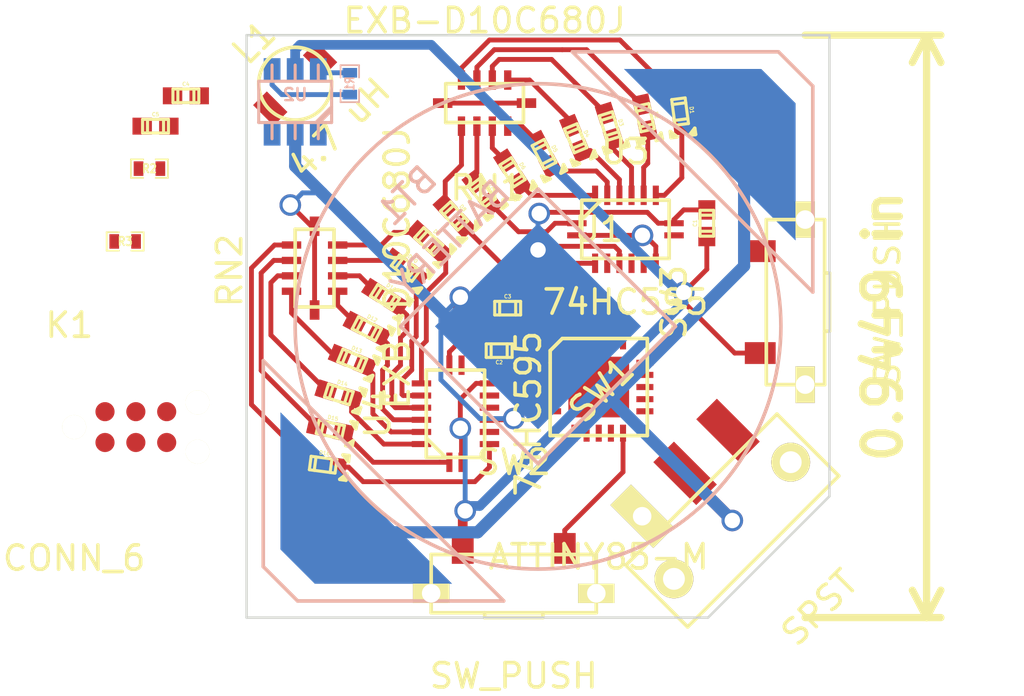
<source format=kicad_pcb>
(kicad_pcb (version 3) (host pcbnew "(2013-jul-07)-stable")

  (general
    (links 82)
    (no_connects 26)
    (area 99.949999 23.949999 124.050001 48.050001)
    (thickness 1.6)
    (drawings 6)
    (tracks 222)
    (zones 0)
    (modules 36)
    (nets 46)
  )

  (page A3)
  (layers
    (15 F.Cu signal)
    (0 B.Cu signal)
    (16 B.Adhes user)
    (17 F.Adhes user)
    (18 B.Paste user)
    (19 F.Paste user)
    (20 B.SilkS user)
    (21 F.SilkS user)
    (22 B.Mask user)
    (23 F.Mask user)
    (24 Dwgs.User user)
    (25 Cmts.User user)
    (26 Eco1.User user)
    (27 Eco2.User user)
    (28 Edge.Cuts user)
  )

  (setup
    (last_trace_width 0.2)
    (user_trace_width 0.4)
    (user_trace_width 0.5)
    (trace_clearance 0.18)
    (zone_clearance 0.508)
    (zone_45_only no)
    (trace_min 0.2)
    (segment_width 0.2)
    (edge_width 0.1)
    (via_size 0.889)
    (via_drill 0.635)
    (via_min_size 0.889)
    (via_min_drill 0.508)
    (uvia_size 0.508)
    (uvia_drill 0.127)
    (uvias_allowed no)
    (uvia_min_size 0.508)
    (uvia_min_drill 0.127)
    (pcb_text_width 0.3)
    (pcb_text_size 1.5 1.5)
    (mod_edge_width 0.15)
    (mod_text_size 1 1)
    (mod_text_width 0.15)
    (pad_size 0.3 0.8)
    (pad_drill 0)
    (pad_to_mask_clearance 0)
    (aux_axis_origin 0 0)
    (visible_elements FFFFF30F)
    (pcbplotparams
      (layerselection 3178497)
      (usegerberextensions true)
      (excludeedgelayer true)
      (linewidth 0.150000)
      (plotframeref false)
      (viasonmask false)
      (mode 1)
      (useauxorigin false)
      (hpglpennumber 1)
      (hpglpenspeed 20)
      (hpglpendiameter 15)
      (hpglpenoverlay 2)
      (psnegative false)
      (psa4output false)
      (plotreference true)
      (plotvalue true)
      (plotothertext true)
      (plotinvisibletext false)
      (padsonsilk false)
      (subtractmaskfromsilk false)
      (outputformat 1)
      (mirror false)
      (drillshape 1)
      (scaleselection 1)
      (outputdirectory ""))
  )

  (net 0 "")
  (net 1 GND)
  (net 2 N-000001)
  (net 3 N-0000010)
  (net 4 N-0000011)
  (net 5 N-0000012)
  (net 6 N-0000013)
  (net 7 N-0000014)
  (net 8 N-0000015)
  (net 9 N-0000016)
  (net 10 N-0000017)
  (net 11 N-0000018)
  (net 12 N-0000019)
  (net 13 N-000002)
  (net 14 N-0000020)
  (net 15 N-0000021)
  (net 16 N-0000022)
  (net 17 N-0000023)
  (net 18 N-0000024)
  (net 19 N-0000025)
  (net 20 N-0000026)
  (net 21 N-0000027)
  (net 22 N-0000028)
  (net 23 N-0000029)
  (net 24 N-000003)
  (net 25 N-0000030)
  (net 26 N-0000031)
  (net 27 N-0000032)
  (net 28 N-0000033)
  (net 29 N-0000035)
  (net 30 N-0000036)
  (net 31 N-0000038)
  (net 32 N-0000039)
  (net 33 N-0000040)
  (net 34 N-0000041)
  (net 35 N-0000042)
  (net 36 N-0000043)
  (net 37 N-0000044)
  (net 38 N-0000045)
  (net 39 N-0000046)
  (net 40 N-000005)
  (net 41 N-000006)
  (net 42 N-000007)
  (net 43 N-000008)
  (net 44 N-000009)
  (net 45 VCC)

  (net_class Default "This is the default net class."
    (clearance 0.18)
    (trace_width 0.2)
    (via_dia 0.889)
    (via_drill 0.635)
    (uvia_dia 0.508)
    (uvia_drill 0.127)
    (add_net "")
    (add_net GND)
    (add_net N-000001)
    (add_net N-0000010)
    (add_net N-0000011)
    (add_net N-0000012)
    (add_net N-0000013)
    (add_net N-0000014)
    (add_net N-0000015)
    (add_net N-0000016)
    (add_net N-0000017)
    (add_net N-0000018)
    (add_net N-0000019)
    (add_net N-000002)
    (add_net N-0000020)
    (add_net N-0000021)
    (add_net N-0000022)
    (add_net N-0000023)
    (add_net N-0000024)
    (add_net N-0000025)
    (add_net N-0000026)
    (add_net N-0000027)
    (add_net N-0000028)
    (add_net N-0000029)
    (add_net N-000003)
    (add_net N-0000030)
    (add_net N-0000031)
    (add_net N-0000032)
    (add_net N-0000033)
    (add_net N-0000035)
    (add_net N-0000036)
    (add_net N-0000038)
    (add_net N-0000039)
    (add_net N-0000040)
    (add_net N-0000041)
    (add_net N-0000042)
    (add_net N-0000043)
    (add_net N-0000044)
    (add_net N-0000045)
    (add_net N-0000046)
    (add_net N-000005)
    (add_net N-000006)
    (add_net N-000007)
    (add_net N-000008)
    (add_net N-000009)
    (add_net VCC)
  )

  (module VLF3012A (layer F.Cu) (tedit 563DFC62) (tstamp 563F7B7F)
    (at 102 26 45)
    (path /563C2985)
    (fp_text reference L1 (at 0 -2.4 45) (layer F.SilkS)
      (effects (font (size 1 1) (thickness 0.15)))
    )
    (fp_text value "4.7 uH" (at 0 2.6 45) (layer F.SilkS)
      (effects (font (size 1 1) (thickness 0.15)))
    )
    (fp_circle (center 0 0) (end 1.5 0) (layer F.SilkS) (width 0.15))
    (pad 1 smd rect (at 1.45 0 45) (size 0.8 1.2)
      (layers F.Cu F.Mask)
      (net 6 N-0000013)
    )
    (pad 2 smd rect (at -1.45 0 45) (size 0.8 1.2)
      (layers F.Cu F.Mask)
      (net 5 N-0000012)
    )
  )

  (module tsot-6 (layer B.Cu) (tedit 50BDEA11) (tstamp 563F8253)
    (at 102 26.75 180)
    (descr TSOT-6)
    (path /563C296D)
    (attr smd)
    (fp_text reference U2 (at 0 0.29972 180) (layer B.SilkS)
      (effects (font (size 0.50038 0.50038) (thickness 0.09906)) (justify mirror))
    )
    (fp_text value AAT1217-3.3 (at 0 -0.39878 180) (layer B.SilkS) hide
      (effects (font (size 0.50038 0.50038) (thickness 0.09906)) (justify mirror))
    )
    (fp_line (start 1.50114 -0.8509) (end -1.50114 -0.8509) (layer B.SilkS) (width 0.127))
    (fp_line (start -1.50114 -0.8509) (end -1.50114 0.8509) (layer B.SilkS) (width 0.127))
    (fp_line (start -1.50114 0.8509) (end 1.50114 0.8509) (layer B.SilkS) (width 0.127))
    (fp_line (start 1.50114 0.8509) (end 1.50114 -0.8509) (layer B.SilkS) (width 0.127))
    (fp_line (start -0.8509 -0.84836) (end -1.4986 -0.20066) (layer B.SilkS) (width 0.127))
    (fp_line (start -1.0033 -0.84836) (end -1.4986 -0.35306) (layer B.SilkS) (width 0.127))
    (fp_line (start 0 0.85852) (end 0 1.51892) (layer B.SilkS) (width 0.127))
    (fp_line (start 0.9525 0.85852) (end 0.9525 1.51892) (layer B.SilkS) (width 0.127))
    (fp_line (start -0.9525 0.85852) (end -0.9525 1.51892) (layer B.SilkS) (width 0.127))
    (fp_line (start 0 -0.85852) (end 0 -1.51892) (layer B.SilkS) (width 0.127))
    (fp_line (start 0.9525 -0.85852) (end 0.9525 -1.51892) (layer B.SilkS) (width 0.127))
    (fp_line (start -0.9525 -0.85852) (end -0.9525 -1.51892) (layer B.SilkS) (width 0.127))
    (pad 1 smd rect (at -0.94996 -1.30048 180) (size 0.69088 1.00076)
      (layers B.Cu B.Paste B.Mask)
      (net 5 N-0000012)
    )
    (pad 3 smd rect (at 0.94996 -1.30048 180) (size 0.69088 1.00076)
      (layers B.Cu B.Paste B.Mask)
    )
    (pad 2 smd rect (at 0 -1.30048 180) (size 0.69088 1.00076)
      (layers B.Cu B.Paste B.Mask)
      (net 1 GND)
    )
    (pad 4 smd rect (at 0.94996 1.30048 180) (size 0.69088 1.00076)
      (layers B.Cu B.Paste B.Mask)
      (net 7 N-0000014)
    )
    (pad 6 smd rect (at -0.94996 1.30048 180) (size 0.69088 1.00076)
      (layers B.Cu B.Paste B.Mask)
      (net 6 N-0000013)
    )
    (pad 5 smd rect (at 0 1.30048 180) (size 0.69088 1.00076)
      (layers B.Cu B.Paste B.Mask)
      (net 45 VCC)
    )
    (model smd/smd_transistors/tsot-6.wrl
      (at (xyz 0 0 0))
      (scale (xyz 1 1 1))
      (rotate (xyz 0 0 0))
    )
  )

  (module TL3330AF130QG (layer F.Cu) (tedit 563E17BA) (tstamp 563F7BA4)
    (at 122 35 90)
    (path /563ACE14)
    (fp_text reference SW3 (at 0 -4.4 90) (layer F.SilkS)
      (effects (font (size 1 1) (thickness 0.15)))
    )
    (fp_text value SW_PUSH (at 0 4.4 90) (layer F.SilkS)
      (effects (font (size 1 1) (thickness 0.15)))
    )
    (fp_line (start -1.2 1.8) (end -1.2 2) (layer F.SilkS) (width 0.15))
    (fp_line (start -1.2 2) (end 1.2 2) (layer F.SilkS) (width 0.15))
    (fp_line (start 1.2 2) (end 1.2 1.8) (layer F.SilkS) (width 0.15))
    (fp_line (start -3.4 1.8) (end 3.4 1.8) (layer F.SilkS) (width 0.15))
    (fp_line (start 3.4 1.8) (end 3.4 -0.6) (layer F.SilkS) (width 0.15))
    (fp_line (start 3.4 -0.6) (end -3.4 -0.6) (layer F.SilkS) (width 0.15))
    (fp_line (start -3.4 -0.6) (end -3.4 1.8) (layer F.SilkS) (width 0.15))
    (pad 1 smd rect (at -2.1 -0.85 90) (size 0.9 1.27)
      (layers F.Cu F.Mask)
      (net 45 VCC)
    )
    (pad 2 smd rect (at 2.1 -0.85 90) (size 0.9 1.27)
      (layers F.Cu F.Mask)
      (net 13 N-000002)
    )
    (pad "" np_thru_hole rect (at 3.4 1 90) (size 1.5 0.8)
      (layers *.Cu *.Mask F.SilkS)
    )
    (pad "" np_thru_hole rect (at -3.4 1 90) (size 1.5 0.8)
      (layers *.Cu *.Mask F.SilkS)
    )
  )

  (module TL3330AF130QG (layer F.Cu) (tedit 563E17BA) (tstamp 563F7BB3)
    (at 111 46)
    (path /563ACE05)
    (fp_text reference SW2 (at 0 -4.4) (layer F.SilkS)
      (effects (font (size 1 1) (thickness 0.15)))
    )
    (fp_text value SW_PUSH (at 0 4.4) (layer F.SilkS)
      (effects (font (size 1 1) (thickness 0.15)))
    )
    (fp_line (start -1.2 1.8) (end -1.2 2) (layer F.SilkS) (width 0.15))
    (fp_line (start -1.2 2) (end 1.2 2) (layer F.SilkS) (width 0.15))
    (fp_line (start 1.2 2) (end 1.2 1.8) (layer F.SilkS) (width 0.15))
    (fp_line (start -3.4 1.8) (end 3.4 1.8) (layer F.SilkS) (width 0.15))
    (fp_line (start 3.4 1.8) (end 3.4 -0.6) (layer F.SilkS) (width 0.15))
    (fp_line (start 3.4 -0.6) (end -3.4 -0.6) (layer F.SilkS) (width 0.15))
    (fp_line (start -3.4 -0.6) (end -3.4 1.8) (layer F.SilkS) (width 0.15))
    (pad 1 smd rect (at -2.1 -0.85) (size 0.9 1.27)
      (layers F.Cu F.Mask)
      (net 45 VCC)
    )
    (pad 2 smd rect (at 2.1 -0.85) (size 0.9 1.27)
      (layers F.Cu F.Mask)
      (net 24 N-000003)
    )
    (pad "" np_thru_hole rect (at 3.4 1) (size 1.5 0.8)
      (layers *.Cu *.Mask F.SilkS)
    )
    (pad "" np_thru_hole rect (at -3.4 1) (size 1.5 0.8)
      (layers *.Cu *.Mask F.SilkS)
    )
  )

  (module tag-connect-TC2030-IDC-NL (layer F.Cu) (tedit 563D3B0A) (tstamp 563F7BC0)
    (at 92.9 40.15)
    (path /563C2173)
    (fp_text reference K1 (at -0.2 -4.2) (layer F.SilkS)
      (effects (font (size 1 1) (thickness 0.15)))
    )
    (fp_text value CONN_6 (at 0 5.4) (layer F.SilkS)
      (effects (font (size 1 1) (thickness 0.15)))
    )
    (pad 4 smd circle (at 2.54 -0.635) (size 0.7874 0.7874)
      (layers F.Cu F.Mask)
      (net 28 N-0000033)
    )
    (pad 6 smd circle (at 3.81 -0.635) (size 0.7874 0.7874)
      (layers F.Cu F.Mask)
      (net 13 N-000002)
    )
    (pad 1 smd circle (at 1.27 0.635) (size 0.7874 0.7874)
      (layers F.Cu F.Mask)
      (net 45 VCC)
    )
    (pad 3 smd circle (at 2.54 0.635) (size 0.7874 0.7874)
      (layers F.Cu F.Mask)
      (net 2 N-000001)
    )
    (pad 5 smd circle (at 3.81 0.635) (size 0.7874 0.7874)
      (layers F.Cu F.Mask)
      (net 24 N-000003)
    )
    (pad "" np_thru_hole circle (at 0 0) (size 0.9906 0.9906) (drill 0.9906)
      (layers *.Cu *.Mask F.SilkS)
    )
    (pad "" np_thru_hole circle (at 5.08 -1.016) (size 0.9906 0.9906) (drill 0.9906)
      (layers *.Cu *.Mask F.SilkS)
    )
    (pad "" np_thru_hole circle (at 5.08 1.016) (size 0.9906 0.9906) (drill 0.9906)
      (layers *.Cu *.Mask F.SilkS)
    )
    (pad 2 smd circle (at 1.27 -0.635) (size 0.7874 0.7874)
      (layers F.Cu F.Mask)
      (net 1 GND)
    )
  )

  (module SM0402 (layer B.Cu) (tedit 50A4E0BA) (tstamp 563F855F)
    (at 104.25 26 270)
    (path /563C29A9)
    (attr smd)
    (fp_text reference R1 (at 0 0 270) (layer B.SilkS)
      (effects (font (size 0.35052 0.3048) (thickness 0.07112)) (justify mirror))
    )
    (fp_text value 1M (at 0.09906 0 270) (layer B.SilkS) hide
      (effects (font (size 0.35052 0.3048) (thickness 0.07112)) (justify mirror))
    )
    (fp_line (start -0.254 0.381) (end -0.762 0.381) (layer B.SilkS) (width 0.07112))
    (fp_line (start -0.762 0.381) (end -0.762 -0.381) (layer B.SilkS) (width 0.07112))
    (fp_line (start -0.762 -0.381) (end -0.254 -0.381) (layer B.SilkS) (width 0.07112))
    (fp_line (start 0.254 0.381) (end 0.762 0.381) (layer B.SilkS) (width 0.07112))
    (fp_line (start 0.762 0.381) (end 0.762 -0.381) (layer B.SilkS) (width 0.07112))
    (fp_line (start 0.762 -0.381) (end 0.254 -0.381) (layer B.SilkS) (width 0.07112))
    (pad 1 smd rect (at -0.44958 0 270) (size 0.39878 0.59944)
      (layers B.Cu B.Paste B.Mask)
      (net 6 N-0000013)
    )
    (pad 2 smd rect (at 0.44958 0 270) (size 0.39878 0.59944)
      (layers B.Cu B.Paste B.Mask)
      (net 7 N-0000014)
    )
    (model smd\chip_cms.wrl
      (at (xyz 0 0 0.002))
      (scale (xyz 0.05 0.05 0.05))
      (rotate (xyz 0 0 0))
    )
  )

  (module SM0402 (layer F.Cu) (tedit 50A4E0BA) (tstamp 563F7BD8)
    (at 95 32.5)
    (path /563AD15F)
    (attr smd)
    (fp_text reference R3 (at 0 0) (layer F.SilkS)
      (effects (font (size 0.35052 0.3048) (thickness 0.07112)))
    )
    (fp_text value 10k (at 0.09906 0) (layer F.SilkS) hide
      (effects (font (size 0.35052 0.3048) (thickness 0.07112)))
    )
    (fp_line (start -0.254 -0.381) (end -0.762 -0.381) (layer F.SilkS) (width 0.07112))
    (fp_line (start -0.762 -0.381) (end -0.762 0.381) (layer F.SilkS) (width 0.07112))
    (fp_line (start -0.762 0.381) (end -0.254 0.381) (layer F.SilkS) (width 0.07112))
    (fp_line (start 0.254 -0.381) (end 0.762 -0.381) (layer F.SilkS) (width 0.07112))
    (fp_line (start 0.762 -0.381) (end 0.762 0.381) (layer F.SilkS) (width 0.07112))
    (fp_line (start 0.762 0.381) (end 0.254 0.381) (layer F.SilkS) (width 0.07112))
    (pad 1 smd rect (at -0.44958 0) (size 0.39878 0.59944)
      (layers F.Cu F.Paste F.Mask)
      (net 13 N-000002)
    )
    (pad 2 smd rect (at 0.44958 0) (size 0.39878 0.59944)
      (layers F.Cu F.Paste F.Mask)
      (net 1 GND)
    )
    (model smd\chip_cms.wrl
      (at (xyz 0 0 0.002))
      (scale (xyz 0.05 0.05 0.05))
      (rotate (xyz 0 0 0))
    )
  )

  (module SM0402 (layer F.Cu) (tedit 50A4E0BA) (tstamp 563F7BE4)
    (at 96 29.5)
    (path /563AD150)
    (attr smd)
    (fp_text reference R2 (at 0 0) (layer F.SilkS)
      (effects (font (size 0.35052 0.3048) (thickness 0.07112)))
    )
    (fp_text value 10k (at 0.09906 0) (layer F.SilkS) hide
      (effects (font (size 0.35052 0.3048) (thickness 0.07112)))
    )
    (fp_line (start -0.254 -0.381) (end -0.762 -0.381) (layer F.SilkS) (width 0.07112))
    (fp_line (start -0.762 -0.381) (end -0.762 0.381) (layer F.SilkS) (width 0.07112))
    (fp_line (start -0.762 0.381) (end -0.254 0.381) (layer F.SilkS) (width 0.07112))
    (fp_line (start 0.254 -0.381) (end 0.762 -0.381) (layer F.SilkS) (width 0.07112))
    (fp_line (start 0.762 -0.381) (end 0.762 0.381) (layer F.SilkS) (width 0.07112))
    (fp_line (start 0.762 0.381) (end 0.254 0.381) (layer F.SilkS) (width 0.07112))
    (pad 1 smd rect (at -0.44958 0) (size 0.39878 0.59944)
      (layers F.Cu F.Paste F.Mask)
      (net 24 N-000003)
    )
    (pad 2 smd rect (at 0.44958 0) (size 0.39878 0.59944)
      (layers F.Cu F.Paste F.Mask)
      (net 1 GND)
    )
    (model smd\chip_cms.wrl
      (at (xyz 0 0 0.002))
      (scale (xyz 0.05 0.05 0.05))
      (rotate (xyz 0 0 0))
    )
  )

  (module QFN20 (layer F.Cu) (tedit 563D42A9) (tstamp 563F7C27)
    (at 114.5 38.5)
    (path /563AC0C3)
    (fp_text reference U1 (at 0 -6.5) (layer F.SilkS)
      (effects (font (size 1 1) (thickness 0.15)))
    )
    (fp_text value ATTINY85-M (at 0 7) (layer F.SilkS)
      (effects (font (size 1 1) (thickness 0.15)))
    )
    (fp_line (start 2 -2) (end 2 2) (layer F.SilkS) (width 0.15))
    (fp_line (start 2 2) (end -2 2) (layer F.SilkS) (width 0.15))
    (fp_line (start -2 2) (end -2 -1) (layer F.SilkS) (width 0.15))
    (fp_line (start -2 -1) (end -2 -1.5) (layer F.SilkS) (width 0.15))
    (fp_line (start -2 -1.5) (end -1.5 -2) (layer F.SilkS) (width 0.15))
    (fp_line (start -1.5 -2) (end 2 -2) (layer F.SilkS) (width 0.15))
    (pad 3 smd rect (at 0 -1.9) (size 0.25 0.7)
      (layers F.Cu F.Mask)
    )
    (pad 4 smd rect (at 0.5 -1.9) (size 0.25 0.7)
      (layers F.Cu F.Mask)
    )
    (pad 5 smd rect (at 1 -1.9) (size 0.25 0.7)
      (layers F.Cu F.Mask)
      (net 25 N-0000030)
    )
    (pad 7 smd rect (at -0.5 -1.9) (size 0.25 0.7)
      (layers F.Cu F.Mask)
    )
    (pad 8 smd rect (at -1 -1.9) (size 0.25 0.7)
      (layers F.Cu F.Mask)
      (net 1 GND)
    )
    (pad 9 smd rect (at 0 1.9) (size 0.25 0.7)
      (layers F.Cu F.Mask)
    )
    (pad 10 smd rect (at 0.5 1.9) (size 0.25 0.7)
      (layers F.Cu F.Mask)
    )
    (pad 11 smd rect (at 1 1.9) (size 0.25 0.7)
      (layers F.Cu F.Mask)
      (net 24 N-000003)
    )
    (pad 12 smd rect (at -0.5 1.9) (size 0.25 0.7)
      (layers F.Cu F.Mask)
      (net 13 N-000002)
    )
    (pad 13 smd rect (at -1 1.9) (size 0.25 0.7)
      (layers F.Cu F.Mask)
    )
    (pad 14 smd rect (at -1.9 0) (size 0.7 0.25)
      (layers F.Cu F.Mask)
      (net 28 N-0000033)
    )
    (pad 15 smd rect (at -1.9 -0.5) (size 0.7 0.25)
      (layers F.Cu F.Mask)
      (net 45 VCC)
    )
    (pad 16 smd rect (at -1.9 -1) (size 0.7 0.25)
      (layers F.Cu F.Mask)
    )
    (pad 17 smd rect (at -1.9 0.5) (size 0.7 0.25)
      (layers F.Cu F.Mask)
    )
    (pad 18 smd rect (at -1.9 1) (size 0.7 0.25)
      (layers F.Cu F.Mask)
    )
    (pad 19 smd rect (at 1.9 0) (size 0.7 0.25)
      (layers F.Cu F.Mask)
    )
    (pad 20 smd rect (at 1.9 -0.5) (size 0.7 0.25)
      (layers F.Cu F.Mask)
    )
    (pad 21 smd rect (at 1.9 -1) (size 0.7 0.25)
      (layers F.Cu F.Mask)
    )
    (pad 22 smd rect (at 1.9 0.5) (size 0.7 0.25)
      (layers F.Cu F.Mask)
    )
    (pad 23 smd rect (at 1.9 1) (size 0.7 0.25)
      (layers F.Cu F.Mask)
    )
    (pad 24 smd rect (at 0 0) (size 2.5 2.5)
      (layers F.Cu F.Mask)
    )
  )

  (module LED-0402 (layer F.Cu) (tedit 563D3B9D) (tstamp 563F7C39)
    (at 116.4 27.4 282.5)
    (descr "SMT LED, 0402")
    (path /563AB450)
    (fp_text reference D2 (at 0 -0.4826 282.5) (layer F.SilkS)
      (effects (font (size 0.1524 0.1524) (thickness 0.03048)))
    )
    (fp_text value 620nm (at 0 0.4826 282.5) (layer F.SilkS) hide
      (effects (font (size 0.1524 0.1524) (thickness 0.03048)))
    )
    (fp_line (start 1.016 0.254) (end 0.762 0.508) (layer F.SilkS) (width 0.15))
    (fp_line (start 0.762 0.508) (end 1.016 0.508) (layer F.SilkS) (width 0.15))
    (fp_line (start 1.016 0.508) (end 1.016 0.254) (layer F.SilkS) (width 0.15))
    (fp_line (start 0.762 -0.508) (end 1.016 -0.254) (layer F.SilkS) (width 0.15))
    (fp_line (start 1.016 -0.254) (end 1.016 -0.508) (layer F.SilkS) (width 0.15))
    (fp_line (start 1.016 -0.508) (end 0.762 -0.508) (layer F.SilkS) (width 0.15))
    (fp_line (start 0.3302 -0.2794) (end 0.3302 0.2794) (layer F.SilkS) (width 0.127))
    (fp_line (start -0.3302 -0.2794) (end -0.3302 0.2794) (layer F.SilkS) (width 0.127))
    (fp_line (start -0.5334 -0.2794) (end -0.5334 0.2794) (layer F.SilkS) (width 0.127))
    (fp_line (start -0.5334 0.2794) (end 0.5334 0.2794) (layer F.SilkS) (width 0.127))
    (fp_line (start 0.5334 0.2794) (end 0.5334 -0.2794) (layer F.SilkS) (width 0.127))
    (fp_line (start 0.5334 -0.2794) (end -0.5334 -0.2794) (layer F.SilkS) (width 0.127))
    (pad 1 smd rect (at 0.54864 0 282.5) (size 0.8001 0.6985)
      (layers F.Cu F.Paste F.Mask)
      (net 17 N-0000023)
    )
    (pad 2 smd rect (at -0.54864 0 282.5) (size 0.8001 0.6985)
      (layers F.Cu F.Paste F.Mask)
      (net 40 N-000005)
    )
    (model smd/capacitors/c_0402.wrl
      (at (xyz 0 0 0))
      (scale (xyz 1 1 1))
      (rotate (xyz 0 0 0))
    )
  )

  (module LED-0402 (layer F.Cu) (tedit 563D3B9D) (tstamp 563F7C4B)
    (at 103.15 41.7 352.5)
    (descr "SMT LED, 0402")
    (path /563DFE98)
    (fp_text reference D16 (at 0 -0.4826 352.5) (layer F.SilkS)
      (effects (font (size 0.1524 0.1524) (thickness 0.03048)))
    )
    (fp_text value white (at 0 0.4826 352.5) (layer F.SilkS) hide
      (effects (font (size 0.1524 0.1524) (thickness 0.03048)))
    )
    (fp_line (start 1.016 0.254) (end 0.762 0.508) (layer F.SilkS) (width 0.15))
    (fp_line (start 0.762 0.508) (end 1.016 0.508) (layer F.SilkS) (width 0.15))
    (fp_line (start 1.016 0.508) (end 1.016 0.254) (layer F.SilkS) (width 0.15))
    (fp_line (start 0.762 -0.508) (end 1.016 -0.254) (layer F.SilkS) (width 0.15))
    (fp_line (start 1.016 -0.254) (end 1.016 -0.508) (layer F.SilkS) (width 0.15))
    (fp_line (start 1.016 -0.508) (end 0.762 -0.508) (layer F.SilkS) (width 0.15))
    (fp_line (start 0.3302 -0.2794) (end 0.3302 0.2794) (layer F.SilkS) (width 0.127))
    (fp_line (start -0.3302 -0.2794) (end -0.3302 0.2794) (layer F.SilkS) (width 0.127))
    (fp_line (start -0.5334 -0.2794) (end -0.5334 0.2794) (layer F.SilkS) (width 0.127))
    (fp_line (start -0.5334 0.2794) (end 0.5334 0.2794) (layer F.SilkS) (width 0.127))
    (fp_line (start 0.5334 0.2794) (end 0.5334 -0.2794) (layer F.SilkS) (width 0.127))
    (fp_line (start 0.5334 -0.2794) (end -0.5334 -0.2794) (layer F.SilkS) (width 0.127))
    (pad 1 smd rect (at 0.54864 0 352.5) (size 0.8001 0.6985)
      (layers F.Cu F.Paste F.Mask)
      (net 10 N-0000017)
    )
    (pad 2 smd rect (at -0.54864 0 352.5) (size 0.8001 0.6985)
      (layers F.Cu F.Paste F.Mask)
      (net 37 N-0000044)
    )
    (model smd/capacitors/c_0402.wrl
      (at (xyz 0 0 0))
      (scale (xyz 1 1 1))
      (rotate (xyz 0 0 0))
    )
  )

  (module LED-0402 (layer F.Cu) (tedit 563D3B9D) (tstamp 563F7C5D)
    (at 103.45 40.25 347.5)
    (descr "SMT LED, 0402")
    (path /563DFE89)
    (fp_text reference D15 (at 0 -0.4826 347.5) (layer F.SilkS)
      (effects (font (size 0.1524 0.1524) (thickness 0.03048)))
    )
    (fp_text value pink (at 0 0.4826 347.5) (layer F.SilkS) hide
      (effects (font (size 0.1524 0.1524) (thickness 0.03048)))
    )
    (fp_line (start 1.016 0.254) (end 0.762 0.508) (layer F.SilkS) (width 0.15))
    (fp_line (start 0.762 0.508) (end 1.016 0.508) (layer F.SilkS) (width 0.15))
    (fp_line (start 1.016 0.508) (end 1.016 0.254) (layer F.SilkS) (width 0.15))
    (fp_line (start 0.762 -0.508) (end 1.016 -0.254) (layer F.SilkS) (width 0.15))
    (fp_line (start 1.016 -0.254) (end 1.016 -0.508) (layer F.SilkS) (width 0.15))
    (fp_line (start 1.016 -0.508) (end 0.762 -0.508) (layer F.SilkS) (width 0.15))
    (fp_line (start 0.3302 -0.2794) (end 0.3302 0.2794) (layer F.SilkS) (width 0.127))
    (fp_line (start -0.3302 -0.2794) (end -0.3302 0.2794) (layer F.SilkS) (width 0.127))
    (fp_line (start -0.5334 -0.2794) (end -0.5334 0.2794) (layer F.SilkS) (width 0.127))
    (fp_line (start -0.5334 0.2794) (end 0.5334 0.2794) (layer F.SilkS) (width 0.127))
    (fp_line (start 0.5334 0.2794) (end 0.5334 -0.2794) (layer F.SilkS) (width 0.127))
    (fp_line (start 0.5334 -0.2794) (end -0.5334 -0.2794) (layer F.SilkS) (width 0.127))
    (pad 1 smd rect (at 0.54864 0 347.5) (size 0.8001 0.6985)
      (layers F.Cu F.Paste F.Mask)
      (net 9 N-0000016)
    )
    (pad 2 smd rect (at -0.54864 0 347.5) (size 0.8001 0.6985)
      (layers F.Cu F.Paste F.Mask)
      (net 35 N-0000042)
    )
    (model smd/capacitors/c_0402.wrl
      (at (xyz 0 0 0))
      (scale (xyz 1 1 1))
      (rotate (xyz 0 0 0))
    )
  )

  (module LED-0402 (layer F.Cu) (tedit 563D3B9D) (tstamp 563F7C6F)
    (at 103.8 38.8 342.5)
    (descr "SMT LED, 0402")
    (path /563AB8CD)
    (fp_text reference D14 (at 0 -0.4826 342.5) (layer F.SilkS)
      (effects (font (size 0.1524 0.1524) (thickness 0.03048)))
    )
    (fp_text value 470nm (at 0 0.4826 342.5) (layer F.SilkS) hide
      (effects (font (size 0.1524 0.1524) (thickness 0.03048)))
    )
    (fp_line (start 1.016 0.254) (end 0.762 0.508) (layer F.SilkS) (width 0.15))
    (fp_line (start 0.762 0.508) (end 1.016 0.508) (layer F.SilkS) (width 0.15))
    (fp_line (start 1.016 0.508) (end 1.016 0.254) (layer F.SilkS) (width 0.15))
    (fp_line (start 0.762 -0.508) (end 1.016 -0.254) (layer F.SilkS) (width 0.15))
    (fp_line (start 1.016 -0.254) (end 1.016 -0.508) (layer F.SilkS) (width 0.15))
    (fp_line (start 1.016 -0.508) (end 0.762 -0.508) (layer F.SilkS) (width 0.15))
    (fp_line (start 0.3302 -0.2794) (end 0.3302 0.2794) (layer F.SilkS) (width 0.127))
    (fp_line (start -0.3302 -0.2794) (end -0.3302 0.2794) (layer F.SilkS) (width 0.127))
    (fp_line (start -0.5334 -0.2794) (end -0.5334 0.2794) (layer F.SilkS) (width 0.127))
    (fp_line (start -0.5334 0.2794) (end 0.5334 0.2794) (layer F.SilkS) (width 0.127))
    (fp_line (start 0.5334 0.2794) (end 0.5334 -0.2794) (layer F.SilkS) (width 0.127))
    (fp_line (start 0.5334 -0.2794) (end -0.5334 -0.2794) (layer F.SilkS) (width 0.127))
    (pad 1 smd rect (at 0.54864 0 342.5) (size 0.8001 0.6985)
      (layers F.Cu F.Paste F.Mask)
      (net 23 N-0000029)
    )
    (pad 2 smd rect (at -0.54864 0 342.5) (size 0.8001 0.6985)
      (layers F.Cu F.Paste F.Mask)
      (net 38 N-0000045)
    )
    (model smd/capacitors/c_0402.wrl
      (at (xyz 0 0 0))
      (scale (xyz 1 1 1))
      (rotate (xyz 0 0 0))
    )
  )

  (module LED-0402 (layer F.Cu) (tedit 563D3B9D) (tstamp 563F7C81)
    (at 107.5 32.5 317.5)
    (descr "SMT LED, 0402")
    (path /563AB75A)
    (fp_text reference D9 (at 0 -0.4826 317.5) (layer F.SilkS)
      (effects (font (size 0.1524 0.1524) (thickness 0.03048)))
    )
    (fp_text value 576nm (at 0 0.4826 317.5) (layer F.SilkS) hide
      (effects (font (size 0.1524 0.1524) (thickness 0.03048)))
    )
    (fp_line (start 1.016 0.254) (end 0.762 0.508) (layer F.SilkS) (width 0.15))
    (fp_line (start 0.762 0.508) (end 1.016 0.508) (layer F.SilkS) (width 0.15))
    (fp_line (start 1.016 0.508) (end 1.016 0.254) (layer F.SilkS) (width 0.15))
    (fp_line (start 0.762 -0.508) (end 1.016 -0.254) (layer F.SilkS) (width 0.15))
    (fp_line (start 1.016 -0.254) (end 1.016 -0.508) (layer F.SilkS) (width 0.15))
    (fp_line (start 1.016 -0.508) (end 0.762 -0.508) (layer F.SilkS) (width 0.15))
    (fp_line (start 0.3302 -0.2794) (end 0.3302 0.2794) (layer F.SilkS) (width 0.127))
    (fp_line (start -0.3302 -0.2794) (end -0.3302 0.2794) (layer F.SilkS) (width 0.127))
    (fp_line (start -0.5334 -0.2794) (end -0.5334 0.2794) (layer F.SilkS) (width 0.127))
    (fp_line (start -0.5334 0.2794) (end 0.5334 0.2794) (layer F.SilkS) (width 0.127))
    (fp_line (start 0.5334 0.2794) (end 0.5334 -0.2794) (layer F.SilkS) (width 0.127))
    (fp_line (start 0.5334 -0.2794) (end -0.5334 -0.2794) (layer F.SilkS) (width 0.127))
    (pad 1 smd rect (at 0.54864 0 317.5) (size 0.8001 0.6985)
      (layers F.Cu F.Paste F.Mask)
      (net 19 N-0000025)
    )
    (pad 2 smd rect (at -0.54864 0 317.5) (size 0.8001 0.6985)
      (layers F.Cu F.Paste F.Mask)
      (net 33 N-0000040)
    )
    (model smd/capacitors/c_0402.wrl
      (at (xyz 0 0 0))
      (scale (xyz 1 1 1))
      (rotate (xyz 0 0 0))
    )
  )

  (module LED-0402 (layer F.Cu) (tedit 563D3B9D) (tstamp 563F7C93)
    (at 117.85 27.15 277.5)
    (descr "SMT LED, 0402")
    (path /563AB44A)
    (fp_text reference D1 (at 0 -0.4826 277.5) (layer F.SilkS)
      (effects (font (size 0.1524 0.1524) (thickness 0.03048)))
    )
    (fp_text value 630nm (at 0 0.4826 277.5) (layer F.SilkS) hide
      (effects (font (size 0.1524 0.1524) (thickness 0.03048)))
    )
    (fp_line (start 1.016 0.254) (end 0.762 0.508) (layer F.SilkS) (width 0.15))
    (fp_line (start 0.762 0.508) (end 1.016 0.508) (layer F.SilkS) (width 0.15))
    (fp_line (start 1.016 0.508) (end 1.016 0.254) (layer F.SilkS) (width 0.15))
    (fp_line (start 0.762 -0.508) (end 1.016 -0.254) (layer F.SilkS) (width 0.15))
    (fp_line (start 1.016 -0.254) (end 1.016 -0.508) (layer F.SilkS) (width 0.15))
    (fp_line (start 1.016 -0.508) (end 0.762 -0.508) (layer F.SilkS) (width 0.15))
    (fp_line (start 0.3302 -0.2794) (end 0.3302 0.2794) (layer F.SilkS) (width 0.127))
    (fp_line (start -0.3302 -0.2794) (end -0.3302 0.2794) (layer F.SilkS) (width 0.127))
    (fp_line (start -0.5334 -0.2794) (end -0.5334 0.2794) (layer F.SilkS) (width 0.127))
    (fp_line (start -0.5334 0.2794) (end 0.5334 0.2794) (layer F.SilkS) (width 0.127))
    (fp_line (start 0.5334 0.2794) (end 0.5334 -0.2794) (layer F.SilkS) (width 0.127))
    (fp_line (start 0.5334 -0.2794) (end -0.5334 -0.2794) (layer F.SilkS) (width 0.127))
    (pad 1 smd rect (at 0.54864 0 277.5) (size 0.8001 0.6985)
      (layers F.Cu F.Paste F.Mask)
      (net 26 N-0000031)
    )
    (pad 2 smd rect (at -0.54864 0 277.5) (size 0.8001 0.6985)
      (layers F.Cu F.Paste F.Mask)
      (net 44 N-000009)
    )
    (model smd/capacitors/c_0402.wrl
      (at (xyz 0 0 0))
      (scale (xyz 1 1 1))
      (rotate (xyz 0 0 0))
    )
  )

  (module LED-0402 (layer F.Cu) (tedit 563D3B9D) (tstamp 563F7CA5)
    (at 114.95 27.75 287.5)
    (descr "SMT LED, 0402")
    (path /563AB456)
    (fp_text reference D3 (at 0 -0.4826 287.5) (layer F.SilkS)
      (effects (font (size 0.1524 0.1524) (thickness 0.03048)))
    )
    (fp_text value 615nm (at 0 0.4826 287.5) (layer F.SilkS) hide
      (effects (font (size 0.1524 0.1524) (thickness 0.03048)))
    )
    (fp_line (start 1.016 0.254) (end 0.762 0.508) (layer F.SilkS) (width 0.15))
    (fp_line (start 0.762 0.508) (end 1.016 0.508) (layer F.SilkS) (width 0.15))
    (fp_line (start 1.016 0.508) (end 1.016 0.254) (layer F.SilkS) (width 0.15))
    (fp_line (start 0.762 -0.508) (end 1.016 -0.254) (layer F.SilkS) (width 0.15))
    (fp_line (start 1.016 -0.254) (end 1.016 -0.508) (layer F.SilkS) (width 0.15))
    (fp_line (start 1.016 -0.508) (end 0.762 -0.508) (layer F.SilkS) (width 0.15))
    (fp_line (start 0.3302 -0.2794) (end 0.3302 0.2794) (layer F.SilkS) (width 0.127))
    (fp_line (start -0.3302 -0.2794) (end -0.3302 0.2794) (layer F.SilkS) (width 0.127))
    (fp_line (start -0.5334 -0.2794) (end -0.5334 0.2794) (layer F.SilkS) (width 0.127))
    (fp_line (start -0.5334 0.2794) (end 0.5334 0.2794) (layer F.SilkS) (width 0.127))
    (fp_line (start 0.5334 0.2794) (end 0.5334 -0.2794) (layer F.SilkS) (width 0.127))
    (fp_line (start 0.5334 -0.2794) (end -0.5334 -0.2794) (layer F.SilkS) (width 0.127))
    (pad 1 smd rect (at 0.54864 0 287.5) (size 0.8001 0.6985)
      (layers F.Cu F.Paste F.Mask)
      (net 16 N-0000022)
    )
    (pad 2 smd rect (at -0.54864 0 287.5) (size 0.8001 0.6985)
      (layers F.Cu F.Paste F.Mask)
      (net 43 N-000008)
    )
    (model smd/capacitors/c_0402.wrl
      (at (xyz 0 0 0))
      (scale (xyz 1 1 1))
      (rotate (xyz 0 0 0))
    )
  )

  (module LED-0402 (layer F.Cu) (tedit 563D3B9D) (tstamp 563F7CB7)
    (at 113.55 28.25 292.5)
    (descr "SMT LED, 0402")
    (path /563AB45C)
    (fp_text reference D4 (at 0 -0.4826 292.5) (layer F.SilkS)
      (effects (font (size 0.1524 0.1524) (thickness 0.03048)))
    )
    (fp_text value 605nm (at 0 0.4826 292.5) (layer F.SilkS) hide
      (effects (font (size 0.1524 0.1524) (thickness 0.03048)))
    )
    (fp_line (start 1.016 0.254) (end 0.762 0.508) (layer F.SilkS) (width 0.15))
    (fp_line (start 0.762 0.508) (end 1.016 0.508) (layer F.SilkS) (width 0.15))
    (fp_line (start 1.016 0.508) (end 1.016 0.254) (layer F.SilkS) (width 0.15))
    (fp_line (start 0.762 -0.508) (end 1.016 -0.254) (layer F.SilkS) (width 0.15))
    (fp_line (start 1.016 -0.254) (end 1.016 -0.508) (layer F.SilkS) (width 0.15))
    (fp_line (start 1.016 -0.508) (end 0.762 -0.508) (layer F.SilkS) (width 0.15))
    (fp_line (start 0.3302 -0.2794) (end 0.3302 0.2794) (layer F.SilkS) (width 0.127))
    (fp_line (start -0.3302 -0.2794) (end -0.3302 0.2794) (layer F.SilkS) (width 0.127))
    (fp_line (start -0.5334 -0.2794) (end -0.5334 0.2794) (layer F.SilkS) (width 0.127))
    (fp_line (start -0.5334 0.2794) (end 0.5334 0.2794) (layer F.SilkS) (width 0.127))
    (fp_line (start 0.5334 0.2794) (end 0.5334 -0.2794) (layer F.SilkS) (width 0.127))
    (fp_line (start 0.5334 -0.2794) (end -0.5334 -0.2794) (layer F.SilkS) (width 0.127))
    (pad 1 smd rect (at 0.54864 0 292.5) (size 0.8001 0.6985)
      (layers F.Cu F.Paste F.Mask)
      (net 15 N-0000021)
    )
    (pad 2 smd rect (at -0.54864 0 292.5) (size 0.8001 0.6985)
      (layers F.Cu F.Paste F.Mask)
      (net 42 N-000007)
    )
    (model smd/capacitors/c_0402.wrl
      (at (xyz 0 0 0))
      (scale (xyz 1 1 1))
      (rotate (xyz 0 0 0))
    )
  )

  (module LED-0402 (layer F.Cu) (tedit 563D3B9D) (tstamp 563F7CC9)
    (at 112.25 28.9 297.5)
    (descr "SMT LED, 0402")
    (path /563AB462)
    (fp_text reference D5 (at 0 -0.4826 297.5) (layer F.SilkS)
      (effects (font (size 0.1524 0.1524) (thickness 0.03048)))
    )
    (fp_text value 596nm (at 0 0.4826 297.5) (layer F.SilkS) hide
      (effects (font (size 0.1524 0.1524) (thickness 0.03048)))
    )
    (fp_line (start 1.016 0.254) (end 0.762 0.508) (layer F.SilkS) (width 0.15))
    (fp_line (start 0.762 0.508) (end 1.016 0.508) (layer F.SilkS) (width 0.15))
    (fp_line (start 1.016 0.508) (end 1.016 0.254) (layer F.SilkS) (width 0.15))
    (fp_line (start 0.762 -0.508) (end 1.016 -0.254) (layer F.SilkS) (width 0.15))
    (fp_line (start 1.016 -0.254) (end 1.016 -0.508) (layer F.SilkS) (width 0.15))
    (fp_line (start 1.016 -0.508) (end 0.762 -0.508) (layer F.SilkS) (width 0.15))
    (fp_line (start 0.3302 -0.2794) (end 0.3302 0.2794) (layer F.SilkS) (width 0.127))
    (fp_line (start -0.3302 -0.2794) (end -0.3302 0.2794) (layer F.SilkS) (width 0.127))
    (fp_line (start -0.5334 -0.2794) (end -0.5334 0.2794) (layer F.SilkS) (width 0.127))
    (fp_line (start -0.5334 0.2794) (end 0.5334 0.2794) (layer F.SilkS) (width 0.127))
    (fp_line (start 0.5334 0.2794) (end 0.5334 -0.2794) (layer F.SilkS) (width 0.127))
    (fp_line (start 0.5334 -0.2794) (end -0.5334 -0.2794) (layer F.SilkS) (width 0.127))
    (pad 1 smd rect (at 0.54864 0 297.5) (size 0.8001 0.6985)
      (layers F.Cu F.Paste F.Mask)
      (net 14 N-0000020)
    )
    (pad 2 smd rect (at -0.54864 0 297.5) (size 0.8001 0.6985)
      (layers F.Cu F.Paste F.Mask)
      (net 3 N-0000010)
    )
    (model smd/capacitors/c_0402.wrl
      (at (xyz 0 0 0))
      (scale (xyz 1 1 1))
      (rotate (xyz 0 0 0))
    )
  )

  (module LED-0402 (layer F.Cu) (tedit 563D3B9D) (tstamp 563F7CDB)
    (at 108.55 31.45 312.5)
    (descr "SMT LED, 0402")
    (path /563AB754)
    (fp_text reference D8 (at 0 -0.4826 312.5) (layer F.SilkS)
      (effects (font (size 0.1524 0.1524) (thickness 0.03048)))
    )
    (fp_text value 580nm (at 0 0.4826 312.5) (layer F.SilkS) hide
      (effects (font (size 0.1524 0.1524) (thickness 0.03048)))
    )
    (fp_line (start 1.016 0.254) (end 0.762 0.508) (layer F.SilkS) (width 0.15))
    (fp_line (start 0.762 0.508) (end 1.016 0.508) (layer F.SilkS) (width 0.15))
    (fp_line (start 1.016 0.508) (end 1.016 0.254) (layer F.SilkS) (width 0.15))
    (fp_line (start 0.762 -0.508) (end 1.016 -0.254) (layer F.SilkS) (width 0.15))
    (fp_line (start 1.016 -0.254) (end 1.016 -0.508) (layer F.SilkS) (width 0.15))
    (fp_line (start 1.016 -0.508) (end 0.762 -0.508) (layer F.SilkS) (width 0.15))
    (fp_line (start 0.3302 -0.2794) (end 0.3302 0.2794) (layer F.SilkS) (width 0.127))
    (fp_line (start -0.3302 -0.2794) (end -0.3302 0.2794) (layer F.SilkS) (width 0.127))
    (fp_line (start -0.5334 -0.2794) (end -0.5334 0.2794) (layer F.SilkS) (width 0.127))
    (fp_line (start -0.5334 0.2794) (end 0.5334 0.2794) (layer F.SilkS) (width 0.127))
    (fp_line (start 0.5334 0.2794) (end 0.5334 -0.2794) (layer F.SilkS) (width 0.127))
    (fp_line (start 0.5334 -0.2794) (end -0.5334 -0.2794) (layer F.SilkS) (width 0.127))
    (pad 1 smd rect (at 0.54864 0 312.5) (size 0.8001 0.6985)
      (layers F.Cu F.Paste F.Mask)
      (net 11 N-0000018)
    )
    (pad 2 smd rect (at -0.54864 0 312.5) (size 0.8001 0.6985)
      (layers F.Cu F.Paste F.Mask)
      (net 36 N-0000043)
    )
    (model smd/capacitors/c_0402.wrl
      (at (xyz 0 0 0))
      (scale (xyz 1 1 1))
      (rotate (xyz 0 0 0))
    )
  )

  (module LED-0402 (layer F.Cu) (tedit 563D3B9D) (tstamp 563F7CED)
    (at 110.95 29.65 302.5)
    (descr "SMT LED, 0402")
    (path /563AB8BE)
    (fp_text reference D6 (at 0 -0.4826 302.5) (layer F.SilkS)
      (effects (font (size 0.1524 0.1524) (thickness 0.03048)))
    )
    (fp_text value 590nm (at 0 0.4826 302.5) (layer F.SilkS) hide
      (effects (font (size 0.1524 0.1524) (thickness 0.03048)))
    )
    (fp_line (start 1.016 0.254) (end 0.762 0.508) (layer F.SilkS) (width 0.15))
    (fp_line (start 0.762 0.508) (end 1.016 0.508) (layer F.SilkS) (width 0.15))
    (fp_line (start 1.016 0.508) (end 1.016 0.254) (layer F.SilkS) (width 0.15))
    (fp_line (start 0.762 -0.508) (end 1.016 -0.254) (layer F.SilkS) (width 0.15))
    (fp_line (start 1.016 -0.254) (end 1.016 -0.508) (layer F.SilkS) (width 0.15))
    (fp_line (start 1.016 -0.508) (end 0.762 -0.508) (layer F.SilkS) (width 0.15))
    (fp_line (start 0.3302 -0.2794) (end 0.3302 0.2794) (layer F.SilkS) (width 0.127))
    (fp_line (start -0.3302 -0.2794) (end -0.3302 0.2794) (layer F.SilkS) (width 0.127))
    (fp_line (start -0.5334 -0.2794) (end -0.5334 0.2794) (layer F.SilkS) (width 0.127))
    (fp_line (start -0.5334 0.2794) (end 0.5334 0.2794) (layer F.SilkS) (width 0.127))
    (fp_line (start 0.5334 0.2794) (end 0.5334 -0.2794) (layer F.SilkS) (width 0.127))
    (fp_line (start 0.5334 -0.2794) (end -0.5334 -0.2794) (layer F.SilkS) (width 0.127))
    (pad 1 smd rect (at 0.54864 0 302.5) (size 0.8001 0.6985)
      (layers F.Cu F.Paste F.Mask)
      (net 8 N-0000015)
    )
    (pad 2 smd rect (at -0.54864 0 302.5) (size 0.8001 0.6985)
      (layers F.Cu F.Paste F.Mask)
      (net 4 N-0000011)
    )
    (model smd/capacitors/c_0402.wrl
      (at (xyz 0 0 0))
      (scale (xyz 1 1 1))
      (rotate (xyz 0 0 0))
    )
  )

  (module LED-0402 (layer F.Cu) (tedit 563D3B9D) (tstamp 563F7CFF)
    (at 106.55 33.6 322.5)
    (descr "SMT LED, 0402")
    (path /563AB760)
    (fp_text reference D10 (at 0 -0.4826 322.5) (layer F.SilkS)
      (effects (font (size 0.1524 0.1524) (thickness 0.03048)))
    )
    (fp_text value 572nm (at 0 0.4826 322.5) (layer F.SilkS) hide
      (effects (font (size 0.1524 0.1524) (thickness 0.03048)))
    )
    (fp_line (start 1.016 0.254) (end 0.762 0.508) (layer F.SilkS) (width 0.15))
    (fp_line (start 0.762 0.508) (end 1.016 0.508) (layer F.SilkS) (width 0.15))
    (fp_line (start 1.016 0.508) (end 1.016 0.254) (layer F.SilkS) (width 0.15))
    (fp_line (start 0.762 -0.508) (end 1.016 -0.254) (layer F.SilkS) (width 0.15))
    (fp_line (start 1.016 -0.254) (end 1.016 -0.508) (layer F.SilkS) (width 0.15))
    (fp_line (start 1.016 -0.508) (end 0.762 -0.508) (layer F.SilkS) (width 0.15))
    (fp_line (start 0.3302 -0.2794) (end 0.3302 0.2794) (layer F.SilkS) (width 0.127))
    (fp_line (start -0.3302 -0.2794) (end -0.3302 0.2794) (layer F.SilkS) (width 0.127))
    (fp_line (start -0.5334 -0.2794) (end -0.5334 0.2794) (layer F.SilkS) (width 0.127))
    (fp_line (start -0.5334 0.2794) (end 0.5334 0.2794) (layer F.SilkS) (width 0.127))
    (fp_line (start 0.5334 0.2794) (end 0.5334 -0.2794) (layer F.SilkS) (width 0.127))
    (fp_line (start 0.5334 -0.2794) (end -0.5334 -0.2794) (layer F.SilkS) (width 0.127))
    (pad 1 smd rect (at 0.54864 0 322.5) (size 0.8001 0.6985)
      (layers F.Cu F.Paste F.Mask)
      (net 20 N-0000026)
    )
    (pad 2 smd rect (at -0.54864 0 322.5) (size 0.8001 0.6985)
      (layers F.Cu F.Paste F.Mask)
      (net 32 N-0000039)
    )
    (model smd/capacitors/c_0402.wrl
      (at (xyz 0 0 0))
      (scale (xyz 1 1 1))
      (rotate (xyz 0 0 0))
    )
  )

  (module LED-0402 (layer F.Cu) (tedit 563D3B9D) (tstamp 563F7D11)
    (at 105.7 34.8 327.5)
    (descr "SMT LED, 0402")
    (path /563AB766)
    (fp_text reference D11 (at 0 -0.4826 327.5) (layer F.SilkS)
      (effects (font (size 0.1524 0.1524) (thickness 0.03048)))
    )
    (fp_text value 566nm (at 0 0.4826 327.5) (layer F.SilkS) hide
      (effects (font (size 0.1524 0.1524) (thickness 0.03048)))
    )
    (fp_line (start 1.016 0.254) (end 0.762 0.508) (layer F.SilkS) (width 0.15))
    (fp_line (start 0.762 0.508) (end 1.016 0.508) (layer F.SilkS) (width 0.15))
    (fp_line (start 1.016 0.508) (end 1.016 0.254) (layer F.SilkS) (width 0.15))
    (fp_line (start 0.762 -0.508) (end 1.016 -0.254) (layer F.SilkS) (width 0.15))
    (fp_line (start 1.016 -0.254) (end 1.016 -0.508) (layer F.SilkS) (width 0.15))
    (fp_line (start 1.016 -0.508) (end 0.762 -0.508) (layer F.SilkS) (width 0.15))
    (fp_line (start 0.3302 -0.2794) (end 0.3302 0.2794) (layer F.SilkS) (width 0.127))
    (fp_line (start -0.3302 -0.2794) (end -0.3302 0.2794) (layer F.SilkS) (width 0.127))
    (fp_line (start -0.5334 -0.2794) (end -0.5334 0.2794) (layer F.SilkS) (width 0.127))
    (fp_line (start -0.5334 0.2794) (end 0.5334 0.2794) (layer F.SilkS) (width 0.127))
    (fp_line (start 0.5334 0.2794) (end 0.5334 -0.2794) (layer F.SilkS) (width 0.127))
    (fp_line (start 0.5334 -0.2794) (end -0.5334 -0.2794) (layer F.SilkS) (width 0.127))
    (pad 1 smd rect (at 0.54864 0 327.5) (size 0.8001 0.6985)
      (layers F.Cu F.Paste F.Mask)
      (net 18 N-0000024)
    )
    (pad 2 smd rect (at -0.54864 0 327.5) (size 0.8001 0.6985)
      (layers F.Cu F.Paste F.Mask)
      (net 31 N-0000038)
    )
    (model smd/capacitors/c_0402.wrl
      (at (xyz 0 0 0))
      (scale (xyz 1 1 1))
      (rotate (xyz 0 0 0))
    )
  )

  (module LED-0402 (layer F.Cu) (tedit 563D3B9D) (tstamp 563F7D23)
    (at 104.95 36.1 332.5)
    (descr "SMT LED, 0402")
    (path /563AB76C)
    (fp_text reference D12 (at 0 -0.4826 332.5) (layer F.SilkS)
      (effects (font (size 0.1524 0.1524) (thickness 0.03048)))
    )
    (fp_text value 560nm (at 0 0.4826 332.5) (layer F.SilkS) hide
      (effects (font (size 0.1524 0.1524) (thickness 0.03048)))
    )
    (fp_line (start 1.016 0.254) (end 0.762 0.508) (layer F.SilkS) (width 0.15))
    (fp_line (start 0.762 0.508) (end 1.016 0.508) (layer F.SilkS) (width 0.15))
    (fp_line (start 1.016 0.508) (end 1.016 0.254) (layer F.SilkS) (width 0.15))
    (fp_line (start 0.762 -0.508) (end 1.016 -0.254) (layer F.SilkS) (width 0.15))
    (fp_line (start 1.016 -0.254) (end 1.016 -0.508) (layer F.SilkS) (width 0.15))
    (fp_line (start 1.016 -0.508) (end 0.762 -0.508) (layer F.SilkS) (width 0.15))
    (fp_line (start 0.3302 -0.2794) (end 0.3302 0.2794) (layer F.SilkS) (width 0.127))
    (fp_line (start -0.3302 -0.2794) (end -0.3302 0.2794) (layer F.SilkS) (width 0.127))
    (fp_line (start -0.5334 -0.2794) (end -0.5334 0.2794) (layer F.SilkS) (width 0.127))
    (fp_line (start -0.5334 0.2794) (end 0.5334 0.2794) (layer F.SilkS) (width 0.127))
    (fp_line (start 0.5334 0.2794) (end 0.5334 -0.2794) (layer F.SilkS) (width 0.127))
    (fp_line (start 0.5334 -0.2794) (end -0.5334 -0.2794) (layer F.SilkS) (width 0.127))
    (pad 1 smd rect (at 0.54864 0 332.5) (size 0.8001 0.6985)
      (layers F.Cu F.Paste F.Mask)
      (net 21 N-0000027)
    )
    (pad 2 smd rect (at -0.54864 0 332.5) (size 0.8001 0.6985)
      (layers F.Cu F.Paste F.Mask)
      (net 34 N-0000041)
    )
    (model smd/capacitors/c_0402.wrl
      (at (xyz 0 0 0))
      (scale (xyz 1 1 1))
      (rotate (xyz 0 0 0))
    )
  )

  (module LED-0402 (layer F.Cu) (tedit 563D3B9D) (tstamp 563F8F0B)
    (at 104.35 37.4 337.5)
    (descr "SMT LED, 0402")
    (path /563AB772)
    (fp_text reference D13 (at 0 -0.4826 337.5) (layer F.SilkS)
      (effects (font (size 0.1524 0.1524) (thickness 0.03048)))
    )
    (fp_text value 527nm (at 0 0.4826 337.5) (layer F.SilkS) hide
      (effects (font (size 0.1524 0.1524) (thickness 0.03048)))
    )
    (fp_line (start 1.016 0.254) (end 0.762 0.508) (layer F.SilkS) (width 0.15))
    (fp_line (start 0.762 0.508) (end 1.016 0.508) (layer F.SilkS) (width 0.15))
    (fp_line (start 1.016 0.508) (end 1.016 0.254) (layer F.SilkS) (width 0.15))
    (fp_line (start 0.762 -0.508) (end 1.016 -0.254) (layer F.SilkS) (width 0.15))
    (fp_line (start 1.016 -0.254) (end 1.016 -0.508) (layer F.SilkS) (width 0.15))
    (fp_line (start 1.016 -0.508) (end 0.762 -0.508) (layer F.SilkS) (width 0.15))
    (fp_line (start 0.3302 -0.2794) (end 0.3302 0.2794) (layer F.SilkS) (width 0.127))
    (fp_line (start -0.3302 -0.2794) (end -0.3302 0.2794) (layer F.SilkS) (width 0.127))
    (fp_line (start -0.5334 -0.2794) (end -0.5334 0.2794) (layer F.SilkS) (width 0.127))
    (fp_line (start -0.5334 0.2794) (end 0.5334 0.2794) (layer F.SilkS) (width 0.127))
    (fp_line (start 0.5334 0.2794) (end 0.5334 -0.2794) (layer F.SilkS) (width 0.127))
    (fp_line (start 0.5334 -0.2794) (end -0.5334 -0.2794) (layer F.SilkS) (width 0.127))
    (pad 1 smd rect (at 0.54864 0 337.5) (size 0.8001 0.6985)
      (layers F.Cu F.Paste F.Mask)
      (net 22 N-0000028)
    )
    (pad 2 smd rect (at -0.54864 0 337.5) (size 0.8001 0.6985)
      (layers F.Cu F.Paste F.Mask)
      (net 39 N-0000046)
    )
    (model smd/capacitors/c_0402.wrl
      (at (xyz 0 0 0))
      (scale (xyz 1 1 1))
      (rotate (xyz 0 0 0))
    )
  )

  (module LED-0402 (layer F.Cu) (tedit 563D3B9D) (tstamp 563F7D47)
    (at 109.7 30.5 307.5)
    (descr "SMT LED, 0402")
    (path /563AB002)
    (fp_text reference D7 (at 0 -0.4826 307.5) (layer F.SilkS)
      (effects (font (size 0.1524 0.1524) (thickness 0.03048)))
    )
    (fp_text value 585nm (at 0 0.4826 307.5) (layer F.SilkS) hide
      (effects (font (size 0.1524 0.1524) (thickness 0.03048)))
    )
    (fp_line (start 1.016 0.254) (end 0.762 0.508) (layer F.SilkS) (width 0.15))
    (fp_line (start 0.762 0.508) (end 1.016 0.508) (layer F.SilkS) (width 0.15))
    (fp_line (start 1.016 0.508) (end 1.016 0.254) (layer F.SilkS) (width 0.15))
    (fp_line (start 0.762 -0.508) (end 1.016 -0.254) (layer F.SilkS) (width 0.15))
    (fp_line (start 1.016 -0.254) (end 1.016 -0.508) (layer F.SilkS) (width 0.15))
    (fp_line (start 1.016 -0.508) (end 0.762 -0.508) (layer F.SilkS) (width 0.15))
    (fp_line (start 0.3302 -0.2794) (end 0.3302 0.2794) (layer F.SilkS) (width 0.127))
    (fp_line (start -0.3302 -0.2794) (end -0.3302 0.2794) (layer F.SilkS) (width 0.127))
    (fp_line (start -0.5334 -0.2794) (end -0.5334 0.2794) (layer F.SilkS) (width 0.127))
    (fp_line (start -0.5334 0.2794) (end 0.5334 0.2794) (layer F.SilkS) (width 0.127))
    (fp_line (start 0.5334 0.2794) (end 0.5334 -0.2794) (layer F.SilkS) (width 0.127))
    (fp_line (start 0.5334 -0.2794) (end -0.5334 -0.2794) (layer F.SilkS) (width 0.127))
    (pad 1 smd rect (at 0.54864 0 307.5) (size 0.8001 0.6985)
      (layers F.Cu F.Paste F.Mask)
      (net 12 N-0000019)
    )
    (pad 2 smd rect (at -0.54864 0 307.5) (size 0.8001 0.6985)
      (layers F.Cu F.Paste F.Mask)
      (net 30 N-0000036)
    )
    (model smd/capacitors/c_0402.wrl
      (at (xyz 0 0 0))
      (scale (xyz 1 1 1))
      (rotate (xyz 0 0 0))
    )
  )

  (module JS102011SAQN (layer F.Cu) (tedit 563E160E) (tstamp 563F83A8)
    (at 120 44 45)
    (path /563C4D66)
    (fp_text reference SW1 (at 0 -7.62 45) (layer F.SilkS)
      (effects (font (size 1 1) (thickness 0.15)))
    )
    (fp_text value SPST (at 0 5.08 45) (layer F.SilkS)
      (effects (font (size 1 1) (thickness 0.15)))
    )
    (fp_line (start 4.4 -1.8) (end -4.4 -1.8) (layer F.SilkS) (width 0.15))
    (fp_line (start -4.4 -1.8) (end -4.4 1.8) (layer F.SilkS) (width 0.15))
    (fp_line (start -4.4 1.8) (end 4.4 1.8) (layer F.SilkS) (width 0.15))
    (fp_line (start 4.4 1.8) (end 4.4 -1.8) (layer F.SilkS) (width 0.15))
    (pad 1 smd rect (at 0 -2.75 45) (size 1.2 2.5)
      (layers F.Cu F.Mask)
      (net 41 N-000006)
    )
    (pad "" np_thru_hole rect (at -2.5 -2.75 45) (size 1.2 2.5)
      (layers *.Cu *.Mask F.SilkS)
    )
    (pad 2 smd rect (at 2.5 -2.75 45) (size 1.2 2.5)
      (layers F.Cu F.Mask)
      (net 6 N-0000013)
    )
    (pad "" np_thru_hole circle (at 3.4 0 45) (size 1.6 1.6) (drill 0.9)
      (layers *.Cu *.Mask F.SilkS)
    )
    (pad "" np_thru_hole circle (at -3.4 0 45) (size 1.6 1.6) (drill 0.9)
      (layers *.Cu *.Mask F.SilkS)
    )
  )

  (module DHVQFN16 (layer F.Cu) (tedit 563F78B7) (tstamp 563F9324)
    (at 108.6 39.6 90)
    (path /563AB792)
    (fp_text reference U4 (at 0 -3.2 90) (layer F.SilkS)
      (effects (font (size 1 1) (thickness 0.15)))
    )
    (fp_text value 74HC595 (at 0 3 90) (layer F.SilkS)
      (effects (font (size 1 1) (thickness 0.15)))
    )
    (fp_line (start -1.8 -0.4) (end -1 -1.2) (layer F.SilkS) (width 0.15))
    (fp_line (start -1.8 -1.2) (end -1.8 1.2) (layer F.SilkS) (width 0.15))
    (fp_line (start -1.8 1.2) (end 1.8 1.2) (layer F.SilkS) (width 0.15))
    (fp_line (start 1.8 1.2) (end 1.8 -1.2) (layer F.SilkS) (width 0.15))
    (fp_line (start 1.8 -1.2) (end -1.8 -1.2) (layer F.SilkS) (width 0.15))
    (pad 5 smd rect (at 0.25 -1.4 90) (size 0.25 0.8)
      (layers F.Cu F.Paste F.Mask)
      (net 18 N-0000024)
    )
    (pad 4 smd rect (at -0.25 -1.4 90) (size 0.25 0.8)
      (layers F.Cu F.Paste F.Mask)
      (net 21 N-0000027)
    )
    (pad 3 smd rect (at -0.75 -1.4 90) (size 0.25 0.8)
      (layers F.Cu F.Paste F.Mask)
      (net 22 N-0000028)
    )
    (pad 2 smd rect (at -1.25 -1.4 90) (size 0.25 0.8)
      (layers F.Cu F.Paste F.Mask)
      (net 23 N-0000029)
    )
    (pad 6 smd rect (at 0.75 -1.4 90) (size 0.25 0.8)
      (layers F.Cu F.Paste F.Mask)
      (net 20 N-0000026)
    )
    (pad 7 smd rect (at 1.25 -1.4 90) (size 0.25 0.8)
      (layers F.Cu F.Paste F.Mask)
      (net 19 N-0000025)
    )
    (pad 13 smd rect (at -0.25 1.4 90) (size 0.25 0.8)
      (layers F.Cu F.Paste F.Mask)
      (net 1 GND)
    )
    (pad 14 smd rect (at -0.75 1.4 90) (size 0.25 0.8)
      (layers F.Cu F.Paste F.Mask)
      (net 27 N-0000032)
    )
    (pad 15 smd rect (at -1.25 1.4 90) (size 0.25 0.8)
      (layers F.Cu F.Paste F.Mask)
      (net 10 N-0000017)
    )
    (pad 12 smd rect (at 0.25 1.4 90) (size 0.25 0.8)
      (layers F.Cu F.Paste F.Mask)
      (net 28 N-0000033)
    )
    (pad 11 smd rect (at 0.75 1.4 90) (size 0.25 0.8)
      (layers F.Cu F.Paste F.Mask)
      (net 29 N-0000035)
    )
    (pad 10 smd rect (at 1.25 1.4 90) (size 0.25 0.8)
      (layers F.Cu F.Paste F.Mask)
      (net 45 VCC)
    )
    (pad 1 smd rect (at -2 -0.25 90) (size 0.8 0.25)
      (layers F.Cu F.Paste F.Mask)
      (net 9 N-0000016)
    )
    (pad 16 smd rect (at -2 0.25 90) (size 0.8 0.25)
      (layers F.Cu F.Paste F.Mask)
      (net 45 VCC)
    )
    (pad 8 smd rect (at 2 -0.25 90) (size 0.8 0.25)
      (layers F.Cu F.Paste F.Mask)
      (net 1 GND)
    )
    (pad 9 smd rect (at 2 0.25 90) (size 0.8 0.25)
      (layers F.Cu F.Paste F.Mask)
    )
  )

  (module DHVQFN16 (layer F.Cu) (tedit 563F78B7) (tstamp 563F7D86)
    (at 115.6 32)
    (path /563AB488)
    (fp_text reference U3 (at 0 -3.2) (layer F.SilkS)
      (effects (font (size 1 1) (thickness 0.15)))
    )
    (fp_text value 74HC595 (at 0 3) (layer F.SilkS)
      (effects (font (size 1 1) (thickness 0.15)))
    )
    (fp_line (start -1.8 -0.4) (end -1 -1.2) (layer F.SilkS) (width 0.15))
    (fp_line (start -1.8 -1.2) (end -1.8 1.2) (layer F.SilkS) (width 0.15))
    (fp_line (start -1.8 1.2) (end 1.8 1.2) (layer F.SilkS) (width 0.15))
    (fp_line (start 1.8 1.2) (end 1.8 -1.2) (layer F.SilkS) (width 0.15))
    (fp_line (start 1.8 -1.2) (end -1.8 -1.2) (layer F.SilkS) (width 0.15))
    (pad 5 smd rect (at 0.25 -1.4) (size 0.25 0.8)
      (layers F.Cu F.Paste F.Mask)
      (net 16 N-0000022)
    )
    (pad 4 smd rect (at -0.25 -1.4) (size 0.25 0.8)
      (layers F.Cu F.Paste F.Mask)
      (net 15 N-0000021)
    )
    (pad 3 smd rect (at -0.75 -1.4) (size 0.25 0.8)
      (layers F.Cu F.Paste F.Mask)
      (net 14 N-0000020)
    )
    (pad 2 smd rect (at -1.25 -1.4) (size 0.25 0.8)
      (layers F.Cu F.Paste F.Mask)
      (net 8 N-0000015)
    )
    (pad 6 smd rect (at 0.75 -1.4) (size 0.25 0.8)
      (layers F.Cu F.Paste F.Mask)
      (net 17 N-0000023)
    )
    (pad 7 smd rect (at 1.25 -1.4) (size 0.25 0.8)
      (layers F.Cu F.Paste F.Mask)
      (net 26 N-0000031)
    )
    (pad 13 smd rect (at -0.25 1.4) (size 0.25 0.8)
      (layers F.Cu F.Paste F.Mask)
      (net 1 GND)
    )
    (pad 14 smd rect (at -0.75 1.4) (size 0.25 0.8)
      (layers F.Cu F.Paste F.Mask)
      (net 25 N-0000030)
    )
    (pad 15 smd rect (at -1.25 1.4) (size 0.25 0.8)
      (layers F.Cu F.Paste F.Mask)
      (net 11 N-0000018)
    )
    (pad 12 smd rect (at 0.25 1.4) (size 0.25 0.8)
      (layers F.Cu F.Paste F.Mask)
      (net 28 N-0000033)
    )
    (pad 11 smd rect (at 0.75 1.4) (size 0.25 0.8)
      (layers F.Cu F.Paste F.Mask)
      (net 29 N-0000035)
    )
    (pad 10 smd rect (at 1.25 1.4) (size 0.25 0.8)
      (layers F.Cu F.Paste F.Mask)
      (net 45 VCC)
    )
    (pad 1 smd rect (at -2 -0.25) (size 0.8 0.25)
      (layers F.Cu F.Paste F.Mask)
      (net 12 N-0000019)
    )
    (pad 16 smd rect (at -2 0.25) (size 0.8 0.25)
      (layers F.Cu F.Paste F.Mask)
      (net 45 VCC)
    )
    (pad 8 smd rect (at 2 -0.25) (size 0.8 0.25)
      (layers F.Cu F.Paste F.Mask)
      (net 1 GND)
    )
    (pad 9 smd rect (at 2 0.25) (size 0.8 0.25)
      (layers F.Cu F.Paste F.Mask)
      (net 27 N-0000032)
    )
  )

  (module c_0402 (layer F.Cu) (tedit 49047259) (tstamp 563F7DA5)
    (at 96.25 27.75)
    (descr "SMT capacitor, 0402")
    (path /563C327C)
    (fp_text reference C5 (at 0 -0.4826) (layer F.SilkS)
      (effects (font (size 0.1524 0.1524) (thickness 0.03048)))
    )
    (fp_text value "4.7 uF" (at 0 0.4826) (layer F.SilkS) hide
      (effects (font (size 0.1524 0.1524) (thickness 0.03048)))
    )
    (fp_line (start 0.3302 -0.2794) (end 0.3302 0.2794) (layer F.SilkS) (width 0.127))
    (fp_line (start -0.3302 -0.2794) (end -0.3302 0.2794) (layer F.SilkS) (width 0.127))
    (fp_line (start -0.5334 -0.2794) (end -0.5334 0.2794) (layer F.SilkS) (width 0.127))
    (fp_line (start -0.5334 0.2794) (end 0.5334 0.2794) (layer F.SilkS) (width 0.127))
    (fp_line (start 0.5334 0.2794) (end 0.5334 -0.2794) (layer F.SilkS) (width 0.127))
    (fp_line (start 0.5334 -0.2794) (end -0.5334 -0.2794) (layer F.SilkS) (width 0.127))
    (pad 1 smd rect (at 0.54864 0) (size 0.8001 0.6985)
      (layers F.Cu F.Paste F.Mask)
      (net 45 VCC)
    )
    (pad 2 smd rect (at -0.54864 0) (size 0.8001 0.6985)
      (layers F.Cu F.Paste F.Mask)
      (net 1 GND)
    )
    (model smd/capacitors/c_0402.wrl
      (at (xyz 0 0 0))
      (scale (xyz 1 1 1))
      (rotate (xyz 0 0 0))
    )
  )

  (module c_0402 (layer F.Cu) (tedit 49047259) (tstamp 563F7DB1)
    (at 97.5 26.5)
    (descr "SMT capacitor, 0402")
    (path /563C29C2)
    (fp_text reference C4 (at 0 -0.4826) (layer F.SilkS)
      (effects (font (size 0.1524 0.1524) (thickness 0.03048)))
    )
    (fp_text value "4.7 uF" (at 0 0.4826) (layer F.SilkS) hide
      (effects (font (size 0.1524 0.1524) (thickness 0.03048)))
    )
    (fp_line (start 0.3302 -0.2794) (end 0.3302 0.2794) (layer F.SilkS) (width 0.127))
    (fp_line (start -0.3302 -0.2794) (end -0.3302 0.2794) (layer F.SilkS) (width 0.127))
    (fp_line (start -0.5334 -0.2794) (end -0.5334 0.2794) (layer F.SilkS) (width 0.127))
    (fp_line (start -0.5334 0.2794) (end 0.5334 0.2794) (layer F.SilkS) (width 0.127))
    (fp_line (start 0.5334 0.2794) (end 0.5334 -0.2794) (layer F.SilkS) (width 0.127))
    (fp_line (start 0.5334 -0.2794) (end -0.5334 -0.2794) (layer F.SilkS) (width 0.127))
    (pad 1 smd rect (at 0.54864 0) (size 0.8001 0.6985)
      (layers F.Cu F.Paste F.Mask)
      (net 6 N-0000013)
    )
    (pad 2 smd rect (at -0.54864 0) (size 0.8001 0.6985)
      (layers F.Cu F.Paste F.Mask)
      (net 1 GND)
    )
    (model smd/capacitors/c_0402.wrl
      (at (xyz 0 0 0))
      (scale (xyz 1 1 1))
      (rotate (xyz 0 0 0))
    )
  )

  (module c_0402 (layer F.Cu) (tedit 49047259) (tstamp 563F7DBD)
    (at 110.75 35.25)
    (descr "SMT capacitor, 0402")
    (path /563AC3EC)
    (fp_text reference C3 (at 0 -0.4826) (layer F.SilkS)
      (effects (font (size 0.1524 0.1524) (thickness 0.03048)))
    )
    (fp_text value 0.1 (at 0 0.4826) (layer F.SilkS) hide
      (effects (font (size 0.1524 0.1524) (thickness 0.03048)))
    )
    (fp_line (start 0.3302 -0.2794) (end 0.3302 0.2794) (layer F.SilkS) (width 0.127))
    (fp_line (start -0.3302 -0.2794) (end -0.3302 0.2794) (layer F.SilkS) (width 0.127))
    (fp_line (start -0.5334 -0.2794) (end -0.5334 0.2794) (layer F.SilkS) (width 0.127))
    (fp_line (start -0.5334 0.2794) (end 0.5334 0.2794) (layer F.SilkS) (width 0.127))
    (fp_line (start 0.5334 0.2794) (end 0.5334 -0.2794) (layer F.SilkS) (width 0.127))
    (fp_line (start 0.5334 -0.2794) (end -0.5334 -0.2794) (layer F.SilkS) (width 0.127))
    (pad 1 smd rect (at 0.54864 0) (size 0.8001 0.6985)
      (layers F.Cu F.Paste F.Mask)
      (net 1 GND)
    )
    (pad 2 smd rect (at -0.54864 0) (size 0.8001 0.6985)
      (layers F.Cu F.Paste F.Mask)
      (net 45 VCC)
    )
    (model smd/capacitors/c_0402.wrl
      (at (xyz 0 0 0))
      (scale (xyz 1 1 1))
      (rotate (xyz 0 0 0))
    )
  )

  (module c_0402 (layer F.Cu) (tedit 49047259) (tstamp 563F7DC9)
    (at 118.95 31.75 90)
    (descr "SMT capacitor, 0402")
    (path /563AC3DD)
    (fp_text reference C1 (at 0 -0.4826 90) (layer F.SilkS)
      (effects (font (size 0.1524 0.1524) (thickness 0.03048)))
    )
    (fp_text value 0.1 (at 0 0.4826 90) (layer F.SilkS) hide
      (effects (font (size 0.1524 0.1524) (thickness 0.03048)))
    )
    (fp_line (start 0.3302 -0.2794) (end 0.3302 0.2794) (layer F.SilkS) (width 0.127))
    (fp_line (start -0.3302 -0.2794) (end -0.3302 0.2794) (layer F.SilkS) (width 0.127))
    (fp_line (start -0.5334 -0.2794) (end -0.5334 0.2794) (layer F.SilkS) (width 0.127))
    (fp_line (start -0.5334 0.2794) (end 0.5334 0.2794) (layer F.SilkS) (width 0.127))
    (fp_line (start 0.5334 0.2794) (end 0.5334 -0.2794) (layer F.SilkS) (width 0.127))
    (fp_line (start 0.5334 -0.2794) (end -0.5334 -0.2794) (layer F.SilkS) (width 0.127))
    (pad 1 smd rect (at 0.54864 0 90) (size 0.8001 0.6985)
      (layers F.Cu F.Paste F.Mask)
      (net 1 GND)
    )
    (pad 2 smd rect (at -0.54864 0 90) (size 0.8001 0.6985)
      (layers F.Cu F.Paste F.Mask)
      (net 45 VCC)
    )
    (model smd/capacitors/c_0402.wrl
      (at (xyz 0 0 0))
      (scale (xyz 1 1 1))
      (rotate (xyz 0 0 0))
    )
  )

  (module c_0402 (layer F.Cu) (tedit 49047259) (tstamp 563F7DD5)
    (at 110.4 37 180)
    (descr "SMT capacitor, 0402")
    (path /563AC2EE)
    (fp_text reference C2 (at 0 -0.4826 180) (layer F.SilkS)
      (effects (font (size 0.1524 0.1524) (thickness 0.03048)))
    )
    (fp_text value 0.1 (at 0 0.4826 180) (layer F.SilkS) hide
      (effects (font (size 0.1524 0.1524) (thickness 0.03048)))
    )
    (fp_line (start 0.3302 -0.2794) (end 0.3302 0.2794) (layer F.SilkS) (width 0.127))
    (fp_line (start -0.3302 -0.2794) (end -0.3302 0.2794) (layer F.SilkS) (width 0.127))
    (fp_line (start -0.5334 -0.2794) (end -0.5334 0.2794) (layer F.SilkS) (width 0.127))
    (fp_line (start -0.5334 0.2794) (end 0.5334 0.2794) (layer F.SilkS) (width 0.127))
    (fp_line (start 0.5334 0.2794) (end 0.5334 -0.2794) (layer F.SilkS) (width 0.127))
    (fp_line (start 0.5334 -0.2794) (end -0.5334 -0.2794) (layer F.SilkS) (width 0.127))
    (pad 1 smd rect (at 0.54864 0 180) (size 0.8001 0.6985)
      (layers F.Cu F.Paste F.Mask)
      (net 1 GND)
    )
    (pad 2 smd rect (at -0.54864 0 180) (size 0.8001 0.6985)
      (layers F.Cu F.Paste F.Mask)
      (net 45 VCC)
    )
    (model smd/capacitors/c_0402.wrl
      (at (xyz 0 0 0))
      (scale (xyz 1 1 1))
      (rotate (xyz 0 0 0))
    )
  )

  (module CR2032_smd (layer B.Cu) (tedit 563F80C4) (tstamp 563F9448)
    (at 112 36 225)
    (path /563C30E2)
    (fp_text reference BT1 (at 0 7.62 225) (layer B.SilkS)
      (effects (font (size 1 1) (thickness 0.15)) (justify mirror))
    )
    (fp_text value BATTERY (at 0 5.08 225) (layer B.SilkS)
      (effects (font (size 1 1) (thickness 0.15)) (justify mirror))
    )
    (fp_line (start -9 -7) (end -9 7) (layer B.SilkS) (width 0.15))
    (fp_line (start -9 7) (end -15 1) (layer B.SilkS) (width 0.15))
    (fp_line (start -15 1) (end -15 -1) (layer B.SilkS) (width 0.15))
    (fp_line (start -15 -1) (end -9 -7) (layer B.SilkS) (width 0.15))
    (fp_line (start 9 -7) (end 15 -1) (layer B.SilkS) (width 0.15))
    (fp_line (start 15 -1) (end 15 1) (layer B.SilkS) (width 0.15))
    (fp_line (start 15 1) (end 9 7) (layer B.SilkS) (width 0.15))
    (fp_line (start 9 7) (end 9 -7) (layer B.SilkS) (width 0.15))
    (fp_circle (center 0 0) (end 10 0) (layer B.SilkS) (width 0.15))
    (fp_line (start 4 4) (end 4 -4) (layer B.SilkS) (width 0.15))
    (fp_line (start 4 -4) (end -4 -4) (layer B.SilkS) (width 0.15))
    (fp_line (start -4 -4) (end -4 4) (layer B.SilkS) (width 0.15))
    (fp_line (start -4 4) (end 4 4) (layer B.SilkS) (width 0.15))
    (pad 2 smd rect (at 0 0 225) (size 6 6)
      (layers B.Cu B.Paste B.Mask)
      (net 1 GND)
    )
    (pad 1 smd trapezoid (at 12 0 225) (size 4 6) (rect_delta 4 0 )
      (layers B.Cu B.Paste B.Mask)
      (net 41 N-000006)
    )
    (pad 1 smd trapezoid (at -12 0 225) (size 4 6) (rect_delta -4 0 )
      (layers B.Cu B.Paste B.Mask)
      (net 41 N-000006)
    )
  )

  (module RN-EXBD (layer F.Cu) (tedit 563F85D6) (tstamp 563F87C8)
    (at 109.8 26.8 180)
    (path /563C3C46)
    (fp_text reference RN1 (at -0.1 -3.5 180) (layer F.SilkS)
      (effects (font (size 1 1) (thickness 0.15)))
    )
    (fp_text value EXB-D10C680J (at 0 3.4 180) (layer F.SilkS)
      (effects (font (size 1 1) (thickness 0.15)))
    )
    (fp_line (start 1.6 -0.8) (end -1.6 -0.8) (layer F.SilkS) (width 0.15))
    (fp_line (start -1.6 -0.8) (end -1.6 0.8) (layer F.SilkS) (width 0.15))
    (fp_line (start -1.6 0.8) (end 1.6 0.8) (layer F.SilkS) (width 0.15))
    (fp_line (start 1.6 0.8) (end 1.6 -0.8) (layer F.SilkS) (width 0.15))
    (pad 8 smd rect (at 0.3175 0.95 180) (size 0.3 0.8)
      (layers F.Cu F.Mask)
      (net 40 N-000005)
    )
    (pad 9 smd rect (at -0.3175 0.95 180) (size 0.3 0.8)
      (layers F.Cu F.Mask)
      (net 43 N-000008)
    )
    (pad 7 smd rect (at 0.9525 0.95 180) (size 0.3 0.8)
      (layers F.Cu F.Mask)
      (net 44 N-000009)
    )
    (pad 10 smd rect (at -0.9525 0.95 180) (size 0.3 0.8)
      (layers F.Cu F.Mask)
      (net 42 N-000007)
    )
    (pad 4 smd rect (at 0.3175 -0.95 180) (size 0.3 0.8)
      (layers F.Cu F.Mask)
      (net 30 N-0000036)
    )
    (pad 3 smd rect (at -0.3175 -0.95 180) (size 0.3 0.8)
      (layers F.Cu F.Mask)
      (net 4 N-0000011)
    )
    (pad 5 smd rect (at 0.9525 -0.95 180) (size 0.3 0.8)
      (layers F.Cu F.Mask)
      (net 36 N-0000043)
    )
    (pad 2 smd rect (at -0.9525 -0.95 180) (size 0.3 0.8)
      (layers F.Cu F.Mask)
      (net 3 N-0000010)
    )
    (pad 1 smd rect (at -1.725 0 180) (size 0.8 0.4)
      (layers F.Cu F.Mask)
      (net 1 GND)
    )
    (pad 6 smd rect (at 1.725 0 180) (size 0.8 0.4)
      (layers F.Cu F.Mask)
      (net 1 GND)
    )
  )

  (module RN-EXBD (layer F.Cu) (tedit 563F85D6) (tstamp 563F87DA)
    (at 102.8 33.6 90)
    (path /563C456B)
    (fp_text reference RN2 (at -0.1 -3.5 90) (layer F.SilkS)
      (effects (font (size 1 1) (thickness 0.15)))
    )
    (fp_text value EXB-D10C680J (at 0 3.4 90) (layer F.SilkS)
      (effects (font (size 1 1) (thickness 0.15)))
    )
    (fp_line (start 1.6 -0.8) (end -1.6 -0.8) (layer F.SilkS) (width 0.15))
    (fp_line (start -1.6 -0.8) (end -1.6 0.8) (layer F.SilkS) (width 0.15))
    (fp_line (start -1.6 0.8) (end 1.6 0.8) (layer F.SilkS) (width 0.15))
    (fp_line (start 1.6 0.8) (end 1.6 -0.8) (layer F.SilkS) (width 0.15))
    (pad 8 smd rect (at 0.3175 0.95 90) (size 0.3 0.8)
      (layers F.Cu F.Mask)
      (net 32 N-0000039)
    )
    (pad 9 smd rect (at -0.3175 0.95 90) (size 0.3 0.8)
      (layers F.Cu F.Mask)
      (net 31 N-0000038)
    )
    (pad 7 smd rect (at 0.9525 0.95 90) (size 0.3 0.8)
      (layers F.Cu F.Mask)
      (net 33 N-0000040)
    )
    (pad 10 smd rect (at -0.9525 0.95 90) (size 0.3 0.8)
      (layers F.Cu F.Mask)
      (net 34 N-0000041)
    )
    (pad 4 smd rect (at 0.3175 -0.95 90) (size 0.3 0.8)
      (layers F.Cu F.Mask)
      (net 35 N-0000042)
    )
    (pad 3 smd rect (at -0.3175 -0.95 90) (size 0.3 0.8)
      (layers F.Cu F.Mask)
      (net 38 N-0000045)
    )
    (pad 5 smd rect (at 0.9525 -0.95 90) (size 0.3 0.8)
      (layers F.Cu F.Mask)
      (net 37 N-0000044)
    )
    (pad 2 smd rect (at -0.9525 -0.95 90) (size 0.3 0.8)
      (layers F.Cu F.Mask)
      (net 39 N-0000046)
    )
    (pad 1 smd rect (at -1.725 0 90) (size 0.8 0.4)
      (layers F.Cu F.Mask)
      (net 1 GND)
    )
    (pad 6 smd rect (at 1.725 0 90) (size 0.8 0.4)
      (layers F.Cu F.Mask)
      (net 1 GND)
    )
  )

  (dimension 24 (width 0.3) (layer F.SilkS)
    (gr_text "24.000 mm" (at 129.349998 36 270) (layer F.SilkS)
      (effects (font (size 1.5 1.5) (thickness 0.3)))
    )
    (feature1 (pts (xy 123 48) (xy 130.699998 48)))
    (feature2 (pts (xy 123 24) (xy 130.699998 24)))
    (crossbar (pts (xy 127.999998 24) (xy 127.999998 48)))
    (arrow1a (pts (xy 127.999998 48) (xy 127.413578 46.873497)))
    (arrow1b (pts (xy 127.999998 48) (xy 128.586418 46.873497)))
    (arrow2a (pts (xy 127.999998 24) (xy 127.413578 25.126503)))
    (arrow2b (pts (xy 127.999998 24) (xy 128.586418 25.126503)))
  )
  (gr_line (start 119 48) (end 100 48) (angle 90) (layer Edge.Cuts) (width 0.1))
  (gr_line (start 124 43) (end 119 48) (angle 90) (layer Edge.Cuts) (width 0.1))
  (gr_line (start 124 24) (end 124 43) (angle 90) (layer Edge.Cuts) (width 0.1))
  (gr_line (start 100 48) (end 100 24) (angle 90) (layer Edge.Cuts) (width 0.1))
  (gr_line (start 100 24) (end 124 24) (angle 90) (layer Edge.Cuts) (width 0.1))

  (segment (start 118.95 31.20136) (end 117.99864 31.20136) (width 0.2) (layer F.Cu) (net 1))
  (segment (start 117.6 31.6) (end 117.6 31.75) (width 0.2) (layer F.Cu) (net 1) (tstamp 563FA360))
  (segment (start 117.99864 31.20136) (end 117.6 31.6) (width 0.2) (layer F.Cu) (net 1) (tstamp 563FA35D))
  (segment (start 115.35 33.4) (end 115.35 32.9) (width 0.2) (layer F.Cu) (net 1))
  (segment (start 112 32.85) (end 112 36) (width 0.2) (layer B.Cu) (net 1) (tstamp 563FA2FF))
  (via (at 112 32.85) (size 0.889) (layers F.Cu B.Cu) (net 1))
  (segment (start 112.15 32.7) (end 112 32.85) (width 0.2) (layer F.Cu) (net 1) (tstamp 563FA2F6))
  (segment (start 115.15 32.7) (end 112.15 32.7) (width 0.2) (layer F.Cu) (net 1) (tstamp 563FA2F5))
  (segment (start 115.35 32.9) (end 115.15 32.7) (width 0.2) (layer F.Cu) (net 1) (tstamp 563FA2F1))
  (segment (start 117.6 31.75) (end 116.95 31.75) (width 0.2) (layer F.Cu) (net 1))
  (segment (start 112 31.4) (end 112 36) (width 0.2) (layer B.Cu) (net 1) (tstamp 563FA284))
  (segment (start 112.05 31.35) (end 112 31.4) (width 0.2) (layer B.Cu) (net 1) (tstamp 563FA283))
  (via (at 112.05 31.35) (size 0.889) (layers F.Cu B.Cu) (net 1))
  (segment (start 112.1 31.3) (end 112.05 31.35) (width 0.2) (layer F.Cu) (net 1) (tstamp 563FA271))
  (segment (start 116.5 31.3) (end 112.1 31.3) (width 0.2) (layer F.Cu) (net 1) (tstamp 563FA26D))
  (segment (start 116.95 31.75) (end 116.5 31.3) (width 0.2) (layer F.Cu) (net 1) (tstamp 563FA268))
  (segment (start 108 35.4) (end 108 38.2) (width 0.2) (layer B.Cu) (net 1))
  (segment (start 110.95 39.85) (end 110 39.85) (width 0.2) (layer F.Cu) (net 1) (tstamp 563FA034))
  (segment (start 111 39.8) (end 110.95 39.85) (width 0.2) (layer F.Cu) (net 1) (tstamp 563FA033))
  (via (at 111 39.8) (size 0.889) (layers F.Cu B.Cu) (net 1))
  (segment (start 109.6 39.8) (end 111 39.8) (width 0.2) (layer B.Cu) (net 1) (tstamp 563FA030))
  (segment (start 108 38.2) (end 109.6 39.8) (width 0.2) (layer B.Cu) (net 1) (tstamp 563FA025))
  (segment (start 108.6 36.8) (end 108.6 35) (width 0.2) (layer F.Cu) (net 1))
  (segment (start 108.2 35.4) (end 108.2 35.6) (width 0.2) (layer B.Cu) (net 1) (tstamp 563F9FE1))
  (segment (start 108.1 35.5) (end 108.2 35.4) (width 0.2) (layer B.Cu) (net 1) (tstamp 563F9FDF))
  (segment (start 108.8 34.8) (end 108.1 35.5) (width 0.2) (layer B.Cu) (net 1) (tstamp 563F9FDE))
  (via (at 108.8 34.8) (size 0.889) (layers F.Cu B.Cu) (net 1))
  (segment (start 108.6 35) (end 108.8 34.8) (width 0.2) (layer F.Cu) (net 1) (tstamp 563F9FD5))
  (segment (start 109.85136 37) (end 109.8 37) (width 0.2) (layer F.Cu) (net 1))
  (segment (start 108.35 37.05) (end 108.35 37.6) (width 0.2) (layer F.Cu) (net 1) (tstamp 563F9FC0))
  (segment (start 108.6 36.8) (end 108.35 37.05) (width 0.2) (layer F.Cu) (net 1) (tstamp 563F9FBE))
  (segment (start 109.6 36.8) (end 108.6 36.8) (width 0.2) (layer F.Cu) (net 1) (tstamp 563F9FBB))
  (segment (start 109.8 37) (end 109.6 36.8) (width 0.2) (layer F.Cu) (net 1) (tstamp 563F9FB4))
  (segment (start 103.1 30.5) (end 102.3 30.5) (width 0.2) (layer B.Cu) (net 1))
  (segment (start 102.675 31.875) (end 102.8 31.875) (width 0.2) (layer F.Cu) (net 1) (tstamp 563F9F44))
  (segment (start 101.8 31) (end 102.675 31.875) (width 0.2) (layer F.Cu) (net 1) (tstamp 563F9F43))
  (via (at 101.8 31) (size 0.889) (layers F.Cu B.Cu) (net 1))
  (segment (start 102.3 30.5) (end 101.8 31) (width 0.2) (layer B.Cu) (net 1) (tstamp 563F9F41))
  (segment (start 112 36) (end 108.6 36) (width 0.5) (layer B.Cu) (net 1))
  (segment (start 108.6 36) (end 108.2 35.6) (width 0.5) (layer B.Cu) (net 1) (tstamp 563F9F2F))
  (segment (start 102 29.4) (end 102 28.05048) (width 0.5) (layer B.Cu) (net 1) (tstamp 563F9F31))
  (segment (start 108.2 35.6) (end 108 35.4) (width 0.5) (layer B.Cu) (net 1) (tstamp 563F9FE2))
  (segment (start 108 35.4) (end 103.1 30.5) (width 0.5) (layer B.Cu) (net 1) (tstamp 563FA023))
  (segment (start 103.1 30.5) (end 102 29.4) (width 0.5) (layer B.Cu) (net 1) (tstamp 563F9F3F))
  (segment (start 102.8 35.325) (end 102.8 31.875) (width 0.2) (layer F.Cu) (net 1))
  (segment (start 111.525 26.8) (end 108.075 26.8) (width 0.2) (layer F.Cu) (net 1))
  (segment (start 110.7525 27.75) (end 111.333316 27.75) (width 0.2) (layer F.Cu) (net 3))
  (segment (start 111.333316 27.75) (end 111.996666 28.41335) (width 0.2) (layer F.Cu) (net 3) (tstamp 563F963E))
  (segment (start 110.1175 27.75) (end 110.1175 28.649566) (width 0.2) (layer F.Cu) (net 4))
  (segment (start 110.1175 28.649566) (end 110.655216 29.187282) (width 0.2) (layer F.Cu) (net 4) (tstamp 563F9648))
  (segment (start 104.25 25.55042) (end 103.05086 25.55042) (width 0.2) (layer B.Cu) (net 6))
  (segment (start 103.05086 25.55042) (end 102.94996 25.44952) (width 0.2) (layer B.Cu) (net 6) (tstamp 563F8595))
  (segment (start 101.05004 26.05004) (end 101.05004 25.44952) (width 0.2) (layer B.Cu) (net 7) (tstamp 563F8592))
  (segment (start 101.44958 26.44958) (end 101.05004 26.05004) (width 0.2) (layer B.Cu) (net 7) (tstamp 563F8591))
  (segment (start 104.25 26.44958) (end 101.44958 26.44958) (width 0.2) (layer B.Cu) (net 7))
  (segment (start 114.35 30.6) (end 111.732066 30.6) (width 0.2) (layer F.Cu) (net 8))
  (segment (start 111.732066 30.6) (end 111.244784 30.112718) (width 0.2) (layer F.Cu) (net 8) (tstamp 563F9A38))
  (segment (start 108.35 41.6) (end 107.95 41.6) (width 0.2) (layer F.Cu) (net 9))
  (segment (start 105.216888 41.6) (end 103.985635 40.368747) (width 0.2) (layer F.Cu) (net 9) (tstamp 563F9BA3))
  (segment (start 107.95 41.6) (end 105.216888 41.6) (width 0.2) (layer F.Cu) (net 9))
  (segment (start 110 40.85) (end 110 41.8) (width 0.2) (layer F.Cu) (net 10))
  (segment (start 103.722334 41.8) (end 103.693946 41.771612) (width 0.2) (layer F.Cu) (net 10) (tstamp 563F9C88))
  (segment (start 104.2 41.8) (end 103.722334 41.8) (width 0.2) (layer F.Cu) (net 10) (tstamp 563F9C87))
  (segment (start 104.8 42.4) (end 104.2 41.8) (width 0.2) (layer F.Cu) (net 10) (tstamp 563F9C83))
  (segment (start 109.4 42.4) (end 104.8 42.4) (width 0.2) (layer F.Cu) (net 10) (tstamp 563F9C80))
  (segment (start 110 41.8) (end 109.4 42.4) (width 0.2) (layer F.Cu) (net 10) (tstamp 563F9C7C))
  (segment (start 114.35 33.4) (end 112.6 33.4) (width 0.2) (layer F.Cu) (net 11))
  (segment (start 110.666156 33.6) (end 108.920656 31.8545) (width 0.2) (layer F.Cu) (net 11) (tstamp 563FA30D))
  (segment (start 112.4 33.6) (end 110.666156 33.6) (width 0.2) (layer F.Cu) (net 11) (tstamp 563FA30A))
  (segment (start 112.6 33.4) (end 112.4 33.6) (width 0.2) (layer F.Cu) (net 11) (tstamp 563FA308))
  (segment (start 113.6 31.75) (end 112.7 31.75) (width 0.2) (layer F.Cu) (net 12))
  (segment (start 111.198726 32.1) (end 110.033991 30.935265) (width 0.2) (layer F.Cu) (net 12) (tstamp 563FA2A5))
  (segment (start 112.35 32.1) (end 111.198726 32.1) (width 0.2) (layer F.Cu) (net 12) (tstamp 563FA29F))
  (segment (start 112.7 31.75) (end 112.35 32.1) (width 0.2) (layer F.Cu) (net 12) (tstamp 563FA29D))
  (segment (start 114.85 30.6) (end 114.85 30.05) (width 0.2) (layer F.Cu) (net 14))
  (segment (start 112.716684 29.6) (end 112.503334 29.38665) (width 0.2) (layer F.Cu) (net 14) (tstamp 563F9A35))
  (segment (start 114.4 29.6) (end 112.716684 29.6) (width 0.2) (layer F.Cu) (net 14) (tstamp 563F9A34))
  (segment (start 114.85 30.05) (end 114.4 29.6) (width 0.2) (layer F.Cu) (net 14) (tstamp 563F9A33))
  (segment (start 115.35 30.6) (end 115.35 29.95) (width 0.2) (layer F.Cu) (net 15))
  (segment (start 114.156877 28.756877) (end 113.759955 28.756877) (width 0.2) (layer F.Cu) (net 15) (tstamp 563F9A30))
  (segment (start 115.35 29.95) (end 114.156877 28.756877) (width 0.2) (layer F.Cu) (net 15) (tstamp 563F9A2F))
  (segment (start 115.85 30.6) (end 115.85 29.45) (width 0.2) (layer F.Cu) (net 16))
  (segment (start 115.114979 28.714979) (end 115.114979 28.273247) (width 0.2) (layer F.Cu) (net 16) (tstamp 563F9A2C))
  (segment (start 115.85 29.45) (end 115.114979 28.714979) (width 0.2) (layer F.Cu) (net 16) (tstamp 563F9A2B))
  (segment (start 116.35 30.6) (end 116.35 29.45) (width 0.2) (layer F.Cu) (net 17))
  (segment (start 116.518747 29.281253) (end 116.518747 27.935635) (width 0.2) (layer F.Cu) (net 17) (tstamp 563F9A28))
  (segment (start 116.35 29.45) (end 116.518747 29.281253) (width 0.2) (layer F.Cu) (net 17) (tstamp 563F9A27))
  (segment (start 106.8 39.35) (end 106.130002 39.35) (width 0.2) (layer F.Cu) (net 18))
  (segment (start 106.6 35.532066) (end 106.162718 35.094784) (width 0.2) (layer F.Cu) (net 18) (tstamp 563F9C02))
  (segment (start 106.6 36.2) (end 106.6 35.532066) (width 0.2) (layer F.Cu) (net 18) (tstamp 563F9C00))
  (segment (start 106.337404 36.462596) (end 106.6 36.2) (width 0.2) (layer F.Cu) (net 18) (tstamp 563F9BFE))
  (segment (start 106.337404 37.6) (end 106.337404 36.462596) (width 0.2) (layer F.Cu) (net 18) (tstamp 563F9BFC))
  (segment (start 105.980002 37.957402) (end 106.337404 37.6) (width 0.2) (layer F.Cu) (net 18) (tstamp 563F9BFA))
  (segment (start 105.980002 39.2) (end 105.980002 37.957402) (width 0.2) (layer F.Cu) (net 18) (tstamp 563F9BF8))
  (segment (start 106.130002 39.35) (end 105.980002 39.2) (width 0.2) (layer F.Cu) (net 18) (tstamp 563F9BF6))
  (segment (start 107.2 38.35) (end 107.2 36.8) (width 0.2) (layer F.Cu) (net 19))
  (segment (start 108.2 33.166156) (end 107.9045 32.870656) (width 0.2) (layer F.Cu) (net 19) (tstamp 563F9C5B))
  (segment (start 108.2 33.8) (end 108.2 33.166156) (width 0.2) (layer F.Cu) (net 19) (tstamp 563F9C57))
  (segment (start 107.4 34.6) (end 108.2 33.8) (width 0.2) (layer F.Cu) (net 19) (tstamp 563F9C53))
  (segment (start 107.4 36.6) (end 107.4 34.6) (width 0.2) (layer F.Cu) (net 19) (tstamp 563F9C4E))
  (segment (start 107.2 36.8) (end 107.4 36.6) (width 0.2) (layer F.Cu) (net 19) (tstamp 563F9C4C))
  (segment (start 107.2 38.85) (end 106.45 38.85) (width 0.2) (layer F.Cu) (net 20))
  (segment (start 106.985265 36.414735) (end 106.985265 33.933991) (width 0.2) (layer F.Cu) (net 20) (tstamp 563F9C45))
  (segment (start 106.8 36.6) (end 106.985265 36.414735) (width 0.2) (layer F.Cu) (net 20) (tstamp 563F9C43))
  (segment (start 106.8 37.8) (end 106.8 36.6) (width 0.2) (layer F.Cu) (net 20) (tstamp 563F9C41))
  (segment (start 106.4 38.2) (end 106.8 37.8) (width 0.2) (layer F.Cu) (net 20) (tstamp 563F9C3D))
  (segment (start 106.4 38.8) (end 106.4 38.2) (width 0.2) (layer F.Cu) (net 20) (tstamp 563F9C39))
  (segment (start 106.45 38.85) (end 106.4 38.8) (width 0.2) (layer F.Cu) (net 20) (tstamp 563F9C38))
  (segment (start 106.8 39.85) (end 106.05 39.85) (width 0.2) (layer F.Cu) (net 21))
  (segment (start 105.8 36.716684) (end 105.43665 36.353334) (width 0.2) (layer F.Cu) (net 21) (tstamp 563F9BF1))
  (segment (start 105.8 37.6) (end 105.8 36.716684) (width 0.2) (layer F.Cu) (net 21) (tstamp 563F9BF0))
  (segment (start 105.6 37.8) (end 105.8 37.6) (width 0.2) (layer F.Cu) (net 21) (tstamp 563F9BED))
  (segment (start 105.6 39.4) (end 105.6 37.8) (width 0.2) (layer F.Cu) (net 21) (tstamp 563F9BEB))
  (segment (start 106.05 39.85) (end 105.6 39.4) (width 0.2) (layer F.Cu) (net 21) (tstamp 563F9BE9))
  (segment (start 106.8 40.35) (end 105.95 40.35) (width 0.2) (layer F.Cu) (net 22))
  (segment (start 105.2 37.953078) (end 104.856877 37.609955) (width 0.2) (layer F.Cu) (net 22) (tstamp 563F9BDB))
  (segment (start 105.2 39.6) (end 105.2 37.953078) (width 0.2) (layer F.Cu) (net 22) (tstamp 563F9BD9))
  (segment (start 105.95 40.35) (end 105.2 39.6) (width 0.2) (layer F.Cu) (net 22) (tstamp 563F9BD7))
  (segment (start 106.8 40.85) (end 105.65 40.85) (width 0.2) (layer F.Cu) (net 23))
  (segment (start 104.323247 39.523247) (end 104.323247 38.964979) (width 0.2) (layer F.Cu) (net 23) (tstamp 563F9BAA))
  (segment (start 105.65 40.85) (end 104.323247 39.523247) (width 0.2) (layer F.Cu) (net 23) (tstamp 563F9BA8))
  (segment (start 115.5 40.4) (end 115.5 42) (width 0.2) (layer F.Cu) (net 24))
  (segment (start 113.1 44.4) (end 113.1 45.15) (width 0.2) (layer F.Cu) (net 24) (tstamp 563F84CB))
  (segment (start 115.5 42) (end 113.1 44.4) (width 0.2) (layer F.Cu) (net 24) (tstamp 563F84C9))
  (segment (start 116.85 30.6) (end 117.2 30.6) (width 0.2) (layer F.Cu) (net 26))
  (segment (start 117.921612 29.878388) (end 117.921612 27.693946) (width 0.2) (layer F.Cu) (net 26) (tstamp 563F9A24))
  (segment (start 117.2 30.6) (end 117.921612 29.878388) (width 0.2) (layer F.Cu) (net 26) (tstamp 563F9A23))
  (segment (start 109.4825 27.75) (end 109.4825 29.948244) (width 0.2) (layer F.Cu) (net 30))
  (segment (start 109.4825 29.948244) (end 109.366009 30.064735) (width 0.2) (layer F.Cu) (net 30) (tstamp 563F964D))
  (segment (start 103.75 33.9175) (end 104.649566 33.9175) (width 0.2) (layer F.Cu) (net 31))
  (segment (start 104.649566 33.9175) (end 105.237282 34.505216) (width 0.2) (layer F.Cu) (net 31) (tstamp 563F9ADF))
  (segment (start 103.75 33.2825) (end 106.098244 33.2825) (width 0.2) (layer F.Cu) (net 32))
  (segment (start 106.098244 33.2825) (end 106.114735 33.266009) (width 0.2) (layer F.Cu) (net 32) (tstamp 563F9AE2))
  (segment (start 103.75 32.6475) (end 105.5525 32.6475) (width 0.2) (layer F.Cu) (net 33))
  (segment (start 106.070656 32.129344) (end 107.0955 32.129344) (width 0.2) (layer F.Cu) (net 33) (tstamp 563F9AE6))
  (segment (start 105.5525 32.6475) (end 106.070656 32.129344) (width 0.2) (layer F.Cu) (net 33) (tstamp 563F9AE5))
  (segment (start 103.75 34.5525) (end 103.75 35.133316) (width 0.2) (layer F.Cu) (net 34))
  (segment (start 103.75 35.133316) (end 104.46335 35.846666) (width 0.2) (layer F.Cu) (net 34) (tstamp 563F9ADC))
  (segment (start 101.85 33.2825) (end 101.1175 33.2825) (width 0.2) (layer F.Cu) (net 35))
  (segment (start 100.6 37.816888) (end 102.914365 40.131253) (width 0.2) (layer F.Cu) (net 35) (tstamp 563F984E))
  (segment (start 100.6 33.8) (end 100.6 37.816888) (width 0.2) (layer F.Cu) (net 35) (tstamp 563F9845))
  (segment (start 101.1175 33.2825) (end 100.6 33.8) (width 0.2) (layer F.Cu) (net 35) (tstamp 563F9842))
  (segment (start 108.8475 27.75) (end 108.8475 29.3525) (width 0.2) (layer F.Cu) (net 36))
  (segment (start 108.179344 30.020656) (end 108.179344 31.0455) (width 0.2) (layer F.Cu) (net 36) (tstamp 563F9653))
  (segment (start 108.8475 29.3525) (end 108.179344 30.020656) (width 0.2) (layer F.Cu) (net 36) (tstamp 563F9650))
  (segment (start 101.85 32.6475) (end 101.1525 32.6475) (width 0.2) (layer F.Cu) (net 37))
  (segment (start 100.2 39.222334) (end 102.606054 41.628388) (width 0.2) (layer F.Cu) (net 37) (tstamp 563F985C))
  (segment (start 100.2 33.6) (end 100.2 39.222334) (width 0.2) (layer F.Cu) (net 37) (tstamp 563F985A))
  (segment (start 101.1525 32.6475) (end 100.2 33.6) (width 0.2) (layer F.Cu) (net 37) (tstamp 563F9857))
  (segment (start 101.85 33.9175) (end 101.2825 33.9175) (width 0.2) (layer F.Cu) (net 38))
  (segment (start 101 36.358268) (end 103.276753 38.635021) (width 0.2) (layer F.Cu) (net 38) (tstamp 563F983D))
  (segment (start 101 34.2) (end 101 36.358268) (width 0.2) (layer F.Cu) (net 38) (tstamp 563F9837))
  (segment (start 101.2825 33.9175) (end 101 34.2) (width 0.2) (layer F.Cu) (net 38) (tstamp 563F9835))
  (segment (start 101.85 34.5525) (end 101.85 35.45) (width 0.2) (layer F.Cu) (net 39))
  (segment (start 103.590045 37.190045) (end 103.843123 37.190045) (width 0.2) (layer F.Cu) (net 39) (tstamp 563F9826))
  (segment (start 101.85 35.45) (end 103.590045 37.190045) (width 0.2) (layer F.Cu) (net 39) (tstamp 563F9820))
  (segment (start 109.4825 25.85) (end 109.4825 25.3175) (width 0.2) (layer F.Cu) (net 40))
  (segment (start 116.264365 26.864365) (end 116.281253 26.864365) (width 0.2) (layer F.Cu) (net 40) (tstamp 563F962A))
  (segment (start 114 24.6) (end 116.264365 26.864365) (width 0.2) (layer F.Cu) (net 40) (tstamp 563F9627))
  (segment (start 113 24.6) (end 114 24.6) (width 0.2) (layer F.Cu) (net 40) (tstamp 563F9624))
  (segment (start 110.2 24.6) (end 113 24.6) (width 0.2) (layer F.Cu) (net 40) (tstamp 563F9623))
  (segment (start 109.4825 25.3175) (end 110.2 24.6) (width 0.2) (layer F.Cu) (net 40) (tstamp 563F961B))
  (segment (start 120 44) (end 118.055456 42.055456) (width 0.5) (layer F.Cu) (net 41) (tstamp 563F836F))
  (via (at 120 44) (size 0.889) (layers F.Cu B.Cu) (net 41))
  (segment (start 115 39) (end 120 44) (width 0.5) (layer B.Cu) (net 41))
  (segment (start 115 39) (end 120.485281 33.514719) (width 0.5) (layer B.Cu) (net 41) (tstamp 563F836B))
  (segment (start 120.485281 33.514719) (end 120.485281 27.514719) (width 0.5) (layer B.Cu) (net 41) (tstamp 563F8363))
  (segment (start 109.514719 44.485281) (end 115 39) (width 0.5) (layer B.Cu) (net 41) (tstamp 563F8361))
  (segment (start 103.514719 44.485281) (end 109.514719 44.485281) (width 0.5) (layer B.Cu) (net 41))
  (segment (start 110.7525 25.85) (end 111.65 25.85) (width 0.2) (layer F.Cu) (net 42))
  (segment (start 113.340045 27.540045) (end 113.340045 27.743123) (width 0.2) (layer F.Cu) (net 42) (tstamp 563F95BA))
  (segment (start 111.65 25.85) (end 113.340045 27.540045) (width 0.2) (layer F.Cu) (net 42) (tstamp 563F95B4))
  (segment (start 110.1175 25.85) (end 110.1175 25.2825) (width 0.2) (layer F.Cu) (net 43))
  (segment (start 112.558268 25) (end 114.785021 27.226753) (width 0.2) (layer F.Cu) (net 43) (tstamp 563F95FB))
  (segment (start 110.4 25) (end 112.558268 25) (width 0.2) (layer F.Cu) (net 43) (tstamp 563F95F4))
  (segment (start 110.1175 25.2825) (end 110.4 25) (width 0.2) (layer F.Cu) (net 43) (tstamp 563F95F2))
  (segment (start 108.8475 25.85) (end 108.8475 25.3525) (width 0.2) (layer F.Cu) (net 44))
  (segment (start 115.372334 24.2) (end 117.778388 26.606054) (width 0.2) (layer F.Cu) (net 44) (tstamp 563F963A))
  (segment (start 110 24.2) (end 115.372334 24.2) (width 0.2) (layer F.Cu) (net 44) (tstamp 563F9634))
  (segment (start 108.8475 25.3525) (end 110 24.2) (width 0.2) (layer F.Cu) (net 44) (tstamp 563F962F))
  (segment (start 118.95 32.29864) (end 118.95 33.65) (width 0.2) (layer F.Cu) (net 45))
  (segment (start 118.95 33.65) (end 118 34.6) (width 0.2) (layer F.Cu) (net 45) (tstamp 563FA363))
  (segment (start 116.3 32.25) (end 116.4 32.25) (width 0.2) (layer F.Cu) (net 45))
  (segment (start 116.85 32.7) (end 116.85 33.4) (width 0.2) (layer F.Cu) (net 45) (tstamp 563FA23E))
  (segment (start 116.4 32.25) (end 116.85 32.7) (width 0.2) (layer F.Cu) (net 45) (tstamp 563FA23C))
  (segment (start 113.6 32.25) (end 116.3 32.25) (width 0.2) (layer F.Cu) (net 45))
  (segment (start 115.95 32.6) (end 115.95 32.75) (width 0.2) (layer B.Cu) (net 45) (tstamp 563FA239))
  (segment (start 115.875 32.675) (end 115.95 32.6) (width 0.2) (layer B.Cu) (net 45) (tstamp 563FA235))
  (segment (start 116.3 32.25) (end 115.875 32.675) (width 0.2) (layer B.Cu) (net 45) (tstamp 563FA234))
  (via (at 116.3 32.25) (size 0.889) (layers F.Cu B.Cu) (net 45))
  (segment (start 118 34.6) (end 118 35) (width 0.2) (layer F.Cu) (net 45))
  (segment (start 120.1 37.1) (end 121.15 37.1) (width 0.2) (layer F.Cu) (net 45) (tstamp 563FA0BB))
  (segment (start 118 35) (end 120.1 37.1) (width 0.2) (layer F.Cu) (net 45) (tstamp 563FA0B9))
  (segment (start 111.6 38) (end 111.6 37.65136) (width 0.2) (layer F.Cu) (net 45))
  (segment (start 111.6 37.65136) (end 110.94864 37) (width 0.2) (layer F.Cu) (net 45) (tstamp 563FA051))
  (segment (start 108.8 40.2) (end 108.8 39) (width 0.2) (layer F.Cu) (net 45))
  (segment (start 109.45 38.35) (end 110 38.35) (width 0.2) (layer F.Cu) (net 45) (tstamp 563F9ECB))
  (segment (start 108.8 39) (end 109.45 38.35) (width 0.2) (layer F.Cu) (net 45) (tstamp 563F9ECA))
  (segment (start 108.85 41.6) (end 108.85 40.25) (width 0.2) (layer F.Cu) (net 45))
  (segment (start 109 40.4) (end 109 43.6) (width 0.2) (layer B.Cu) (net 45) (tstamp 563F9EBC))
  (segment (start 108.8 40.2) (end 109 40.4) (width 0.2) (layer B.Cu) (net 45) (tstamp 563F9EBB))
  (via (at 108.8 40.2) (size 0.889) (layers F.Cu B.Cu) (net 45))
  (segment (start 108.85 40.25) (end 108.8 40.2) (width 0.2) (layer F.Cu) (net 45) (tstamp 563F9EB7))
  (segment (start 110 38.35) (end 111.25 38.35) (width 0.2) (layer F.Cu) (net 45))
  (segment (start 111.25 38.35) (end 111.6 38) (width 0.2) (layer F.Cu) (net 45) (tstamp 563F9E97))
  (segment (start 111.6 38) (end 112.6 38) (width 0.2) (layer F.Cu) (net 45) (tstamp 563F9E99))
  (segment (start 118 34.6) (end 117.8 34.6) (width 0.4) (layer B.Cu) (net 45))
  (segment (start 117.8 34.6) (end 115.95 32.75) (width 0.4) (layer B.Cu) (net 45) (tstamp 563F9E3B))
  (segment (start 115.95 32.75) (end 115.4 32.2) (width 0.4) (layer B.Cu) (net 45) (tstamp 563FA23A))
  (segment (start 115.4 32.2) (end 115 31.8) (width 0.4) (layer B.Cu) (net 45) (tstamp 563FA103))
  (segment (start 115 31.8) (end 107.6 24.4) (width 0.4) (layer B.Cu) (net 45) (tstamp 563FA193))
  (segment (start 102 24.6) (end 102 25.44952) (width 0.4) (layer B.Cu) (net 45) (tstamp 563F9E50))
  (segment (start 102.2 24.4) (end 102 24.6) (width 0.4) (layer B.Cu) (net 45) (tstamp 563F9E4F))
  (segment (start 107.6 24.4) (end 102.2 24.4) (width 0.4) (layer B.Cu) (net 45) (tstamp 563F9E43))
  (segment (start 118 35) (end 118 34.6) (width 0.4) (layer B.Cu) (net 45))
  (segment (start 108.9 43.7) (end 109 43.6) (width 0.4) (layer F.Cu) (net 45) (tstamp 563F9DDE))
  (via (at 109 43.6) (size 0.889) (layers F.Cu B.Cu) (net 45))
  (segment (start 109 43.6) (end 109.2 43.4) (width 0.4) (layer B.Cu) (net 45) (tstamp 563F9DE8))
  (segment (start 109.2 43.4) (end 109.6 43.4) (width 0.4) (layer B.Cu) (net 45) (tstamp 563F9DE9))
  (segment (start 109.6 43.4) (end 118 35) (width 0.4) (layer B.Cu) (net 45) (tstamp 563F9DEA))
  (segment (start 108.9 45.15) (end 108.9 43.7) (width 0.4) (layer F.Cu) (net 45))
  (via (at 118 34.6) (size 0.889) (layers F.Cu B.Cu) (net 45))

)

</source>
